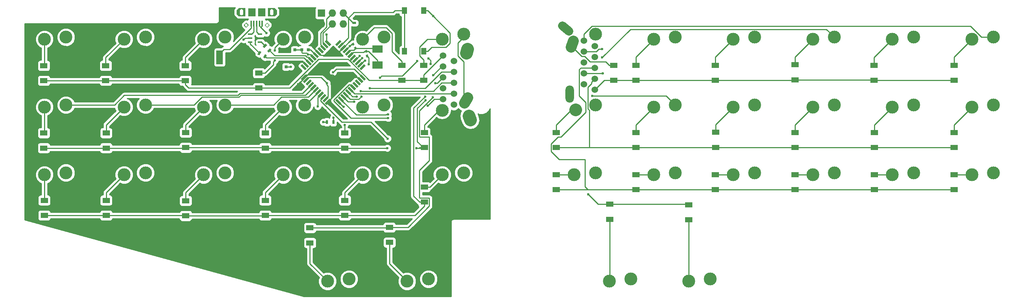
<source format=gbl>
G04 #@! TF.FileFunction,Copper,L2,Bot,Signal*
%FSLAX46Y46*%
G04 Gerber Fmt 4.6, Leading zero omitted, Abs format (unit mm)*
G04 Created by KiCad (PCBNEW 4.0.1-stable) date Thursday, March 02, 2017 'PMt' 06:18:16 PM*
%MOMM*%
G01*
G04 APERTURE LIST*
%ADD10C,0.100000*%
%ADD11R,0.800000X0.750000*%
%ADD12C,3.000000*%
%ADD13C,2.500000*%
%ADD14O,3.000000X3.000000*%
%ADD15C,1.524000*%
%ADD16O,2.000000X4.000000*%
%ADD17C,2.000000*%
%ADD18C,3.000000*%
%ADD19R,1.727200X1.727200*%
%ADD20O,1.727200X1.727200*%
%ADD21R,1.699260X1.300480*%
%ADD22R,0.500000X0.900000*%
%ADD23R,2.400000X1.700000*%
%ADD24R,1.300000X1.550000*%
%ADD25R,1.500000X3.200000*%
%ADD26R,0.900000X0.500000*%
%ADD27R,0.400000X1.350000*%
%ADD28R,1.800000X1.900000*%
%ADD29R,0.100000X0.100000*%
%ADD30R,1.000000X0.400000*%
%ADD31C,0.600000*%
%ADD32C,0.250000*%
%ADD33C,0.254000*%
G04 APERTURE END LIST*
D10*
G36*
X52185000Y495000D02*
X52185000Y295000D01*
X52710000Y820000D01*
X52710000Y1020000D01*
X52185000Y1545000D01*
X52185000Y1345000D01*
X52510000Y1020000D01*
X52510000Y820000D01*
X52185000Y495000D01*
G37*
G36*
X52185000Y1345000D02*
X52185000Y1545000D01*
X51660000Y1020000D01*
X51660000Y820000D01*
X52185000Y295000D01*
X52185000Y495000D01*
X51860000Y820000D01*
X51860000Y1020000D01*
X52185000Y1345000D01*
G37*
G36*
X57035000Y495000D02*
X57035000Y295000D01*
X57560000Y820000D01*
X57560000Y1020000D01*
X57035000Y1545000D01*
X57035000Y1345000D01*
X57360000Y1020000D01*
X57360000Y820000D01*
X57035000Y495000D01*
G37*
G36*
X57035000Y1345000D02*
X57035000Y1545000D01*
X56510000Y1020000D01*
X56510000Y820000D01*
X57035000Y295000D01*
X57035000Y495000D01*
X56710000Y820000D01*
X56710000Y1020000D01*
X57035000Y1345000D01*
G37*
G36*
X52010000Y2970000D02*
X50410000Y2970000D01*
X49910000Y3470000D01*
X49910000Y3920000D01*
X50685000Y3920000D01*
X50685000Y3470000D01*
X50985000Y3170000D01*
X51210000Y3170000D01*
X51510000Y3470000D01*
X51510000Y3920000D01*
X52010000Y3920000D01*
X52010000Y2970000D01*
G37*
G36*
X57210000Y4870000D02*
X58810000Y4870000D01*
X59310000Y4370000D01*
X59310000Y3920000D01*
X58535000Y3920000D01*
X58535000Y4370000D01*
X58235000Y4670000D01*
X58010000Y4670000D01*
X57710000Y4370000D01*
X57710000Y3920000D01*
X57210000Y3920000D01*
X57210000Y4870000D01*
G37*
G36*
X51510000Y3920000D02*
X52010000Y3920000D01*
X52010000Y4870000D01*
X50410000Y4870000D01*
X49910000Y4370000D01*
X49910000Y3920000D01*
X50685000Y3920000D01*
X50685000Y4395000D01*
X50960000Y4670000D01*
X51210000Y4670000D01*
X51510000Y4370000D01*
X51510000Y3920000D01*
G37*
G36*
X57710000Y3920000D02*
X57210000Y3920000D01*
X57210000Y2970000D01*
X58810000Y2970000D01*
X59310000Y3470000D01*
X59310000Y3920000D01*
X58535000Y3920000D01*
X58535000Y3445000D01*
X58260000Y3170000D01*
X58010000Y3170000D01*
X57710000Y3470000D01*
X57710000Y3920000D01*
G37*
D11*
X62000000Y-4850000D03*
X63500000Y-4850000D03*
D12*
X79250000Y-2400000D03*
X84250000Y-1900000D03*
X71083330Y-58800000D03*
X76083330Y-58300000D03*
X42250000Y-2400000D03*
X47250000Y-1900000D03*
D13*
X128296091Y-2822862D02*
X127783061Y-4232400D01*
D14*
X133450000Y-1200000D03*
D15*
X133250000Y-14150000D03*
D16*
X127410000Y-15210000D03*
D17*
X125724703Y754133D02*
X127256791Y-531443D01*
D15*
X130710000Y-12880000D03*
X133250000Y-11610000D03*
X133250000Y-9070000D03*
X133250000Y-6530000D03*
X133250000Y-3990000D03*
X130710000Y-10340000D03*
X130710000Y-7800000D03*
X130710000Y-5260000D03*
X130710000Y-2720000D03*
D12*
X97750000Y-2400000D03*
D14*
X102750000Y-1200000D03*
X97750000Y-18950000D03*
D13*
X103725000Y-16011251D02*
X102975000Y-17310289D01*
D15*
X97930000Y-6220000D03*
D18*
X103640591Y-4642963D02*
X103381771Y-5608889D01*
X103975212Y-20273816D02*
X104317232Y-21213508D01*
D15*
X100470000Y-7490000D03*
X97930000Y-8760000D03*
X97930000Y-11300000D03*
X97930000Y-13840000D03*
X97930000Y-16380000D03*
X100470000Y-10030000D03*
X100470000Y-12570000D03*
X100470000Y-15110000D03*
X100470000Y-17650000D03*
D19*
X69640000Y3710000D03*
D20*
X69640000Y1170000D03*
X72180000Y3710000D03*
X72180000Y1170000D03*
X74720000Y3710000D03*
X74720000Y1170000D03*
D11*
X59950000Y-8800000D03*
X61450000Y-8800000D03*
X65090000Y-4850000D03*
X66590000Y-4850000D03*
D21*
X5100000Y-12050060D03*
X5100000Y-8549940D03*
X19500000Y-12050060D03*
X19500000Y-8549940D03*
X38000000Y-12050060D03*
X38000000Y-8549940D03*
X55100000Y-13750060D03*
X55100000Y-10249940D03*
X88400000Y-11950060D03*
X88400000Y-8449940D03*
X93500000Y-11950060D03*
X93500000Y-8449940D03*
X137700000Y-11950060D03*
X137700000Y-8449940D03*
X142800000Y-11950060D03*
X142800000Y-8449940D03*
X161300000Y-11950060D03*
X161300000Y-8449940D03*
X179800000Y-11850060D03*
X179800000Y-8349940D03*
X198200000Y-11950060D03*
X198200000Y-8449940D03*
X216800000Y-11950060D03*
X216800000Y-8449940D03*
X5100000Y-27750060D03*
X5100000Y-24249940D03*
X19600000Y-27750060D03*
X19600000Y-24249940D03*
X38100000Y-27650060D03*
X38100000Y-24149940D03*
X56600000Y-27750060D03*
X56600000Y-24249940D03*
X75100000Y-27750060D03*
X75100000Y-24249940D03*
X93600000Y-27650060D03*
X93600000Y-24149940D03*
X124300000Y-27650060D03*
X124300000Y-24149940D03*
X142800000Y-27650060D03*
X142800000Y-24149940D03*
X161350000Y-27600060D03*
X161350000Y-24099940D03*
X179800000Y-27650060D03*
X179800000Y-24149940D03*
X198300000Y-27650060D03*
X198300000Y-24149940D03*
X216800000Y-27650060D03*
X216800000Y-24149940D03*
X5200000Y-43450060D03*
X5200000Y-39949940D03*
X19600000Y-43450060D03*
X19600000Y-39949940D03*
X38100000Y-43550060D03*
X38100000Y-40049940D03*
X56600000Y-43450060D03*
X56600000Y-39949940D03*
X75100000Y-43450060D03*
X75100000Y-39949940D03*
X93600000Y-40350060D03*
X93600000Y-36849940D03*
X124300000Y-37450060D03*
X124300000Y-33949940D03*
X142800000Y-37450060D03*
X142800000Y-33949940D03*
X161300000Y-37450060D03*
X161300000Y-33949940D03*
X179800000Y-37450060D03*
X179800000Y-33949940D03*
X198300000Y-37450060D03*
X198300000Y-33949940D03*
X216800000Y-37450060D03*
X216800000Y-33949940D03*
X67000000Y-46349940D03*
X67000000Y-49850060D03*
X85500000Y-46249940D03*
X85500000Y-49750060D03*
X136700000Y-40849940D03*
X136700000Y-44350060D03*
X155100000Y-40949940D03*
X155100000Y-44450060D03*
D10*
G36*
X58084975Y-4838579D02*
X57448579Y-5474975D01*
X57095025Y-5121421D01*
X57731421Y-4485025D01*
X58084975Y-4838579D01*
X58084975Y-4838579D01*
G37*
G36*
X57024315Y-3777919D02*
X56387919Y-4414315D01*
X56034365Y-4060761D01*
X56670761Y-3424365D01*
X57024315Y-3777919D01*
X57024315Y-3777919D01*
G37*
G36*
X56991025Y-6120289D02*
X56541025Y-6899711D01*
X56108013Y-6649711D01*
X56558013Y-5870289D01*
X56991025Y-6120289D01*
X56991025Y-6120289D01*
G37*
G36*
X55691987Y-5370289D02*
X55241987Y-6149711D01*
X54808975Y-5899711D01*
X55258975Y-5120289D01*
X55691987Y-5370289D01*
X55691987Y-5370289D01*
G37*
D12*
X5250000Y-2400000D03*
X10250000Y-1900000D03*
X155116667Y-58800000D03*
X160116667Y-58300000D03*
X136616667Y-58800000D03*
X141616667Y-58300000D03*
X89583330Y-58800000D03*
X94583330Y-58300000D03*
X220950000Y-34000000D03*
X225950000Y-33500000D03*
X202450000Y-34000000D03*
X207450000Y-33500000D03*
X183950000Y-34000000D03*
X188950000Y-33500000D03*
X165450000Y-34000000D03*
X170450000Y-33500000D03*
X146950000Y-34000000D03*
X151950000Y-33500000D03*
X128450000Y-34000000D03*
X133450000Y-33500000D03*
X97750000Y-34000000D03*
X102750000Y-33500000D03*
X79250000Y-34000000D03*
X84250000Y-33500000D03*
X60750000Y-34000000D03*
X65750000Y-33500000D03*
X42250000Y-34000000D03*
X47250000Y-33500000D03*
X23750000Y-34000000D03*
X28750000Y-33500000D03*
X5250000Y-34000000D03*
X10250000Y-33500000D03*
X220950000Y-18200000D03*
X225950000Y-17700000D03*
X202450000Y-18200000D03*
X207450000Y-17700000D03*
X183950000Y-18200000D03*
X188950000Y-17700000D03*
X165450000Y-18200000D03*
X170450000Y-17700000D03*
X146950000Y-18200000D03*
X151950000Y-17700000D03*
D18*
X128800000Y-18806218D02*
X128800000Y-18806218D01*
D12*
X133450000Y-17700000D03*
X79250000Y-18200000D03*
X84250000Y-17700000D03*
X60750000Y-18200000D03*
X65750000Y-17700000D03*
X42250000Y-18200000D03*
X47250000Y-17700000D03*
X23750000Y-18200000D03*
X28750000Y-17700000D03*
X5250000Y-18200000D03*
X10250000Y-17700000D03*
X220950000Y-2400000D03*
X225950000Y-1900000D03*
X202450000Y-2400000D03*
X207450000Y-1900000D03*
X183950000Y-2400000D03*
X188950000Y-1900000D03*
X165450000Y-2400000D03*
X170450000Y-1900000D03*
X146950000Y-2400000D03*
X151950000Y-1900000D03*
X60750000Y-2400000D03*
X65750000Y-1900000D03*
X23750000Y-2400000D03*
X28750000Y-1900000D03*
D10*
G36*
X64816280Y-8562042D02*
X65205188Y-8173134D01*
X66265848Y-9233794D01*
X65876940Y-9622702D01*
X64816280Y-8562042D01*
X64816280Y-8562042D01*
G37*
G36*
X65381966Y-7996357D02*
X65770874Y-7607449D01*
X66831534Y-8668109D01*
X66442626Y-9057017D01*
X65381966Y-7996357D01*
X65381966Y-7996357D01*
G37*
G36*
X65947651Y-7430672D02*
X66336559Y-7041764D01*
X67397219Y-8102424D01*
X67008311Y-8491332D01*
X65947651Y-7430672D01*
X65947651Y-7430672D01*
G37*
G36*
X66513336Y-6864986D02*
X66902244Y-6476078D01*
X67962904Y-7536738D01*
X67573996Y-7925646D01*
X66513336Y-6864986D01*
X66513336Y-6864986D01*
G37*
G36*
X67079022Y-6299301D02*
X67467930Y-5910393D01*
X68528590Y-6971053D01*
X68139682Y-7359961D01*
X67079022Y-6299301D01*
X67079022Y-6299301D01*
G37*
G36*
X67644707Y-5733615D02*
X68033615Y-5344707D01*
X69094275Y-6405367D01*
X68705367Y-6794275D01*
X67644707Y-5733615D01*
X67644707Y-5733615D01*
G37*
G36*
X68210393Y-5167930D02*
X68599301Y-4779022D01*
X69659961Y-5839682D01*
X69271053Y-6228590D01*
X68210393Y-5167930D01*
X68210393Y-5167930D01*
G37*
G36*
X68776078Y-4602244D02*
X69164986Y-4213336D01*
X70225646Y-5273996D01*
X69836738Y-5662904D01*
X68776078Y-4602244D01*
X68776078Y-4602244D01*
G37*
G36*
X69341764Y-4036559D02*
X69730672Y-3647651D01*
X70791332Y-4708311D01*
X70402424Y-5097219D01*
X69341764Y-4036559D01*
X69341764Y-4036559D01*
G37*
G36*
X69907449Y-3470874D02*
X70296357Y-3081966D01*
X71357017Y-4142626D01*
X70968109Y-4531534D01*
X69907449Y-3470874D01*
X69907449Y-3470874D01*
G37*
G36*
X70473134Y-2905188D02*
X70862042Y-2516280D01*
X71922702Y-3576940D01*
X71533794Y-3965848D01*
X70473134Y-2905188D01*
X70473134Y-2905188D01*
G37*
G36*
X73937958Y-2516280D02*
X74326866Y-2905188D01*
X73266206Y-3965848D01*
X72877298Y-3576940D01*
X73937958Y-2516280D01*
X73937958Y-2516280D01*
G37*
G36*
X74503643Y-3081966D02*
X74892551Y-3470874D01*
X73831891Y-4531534D01*
X73442983Y-4142626D01*
X74503643Y-3081966D01*
X74503643Y-3081966D01*
G37*
G36*
X75069328Y-3647651D02*
X75458236Y-4036559D01*
X74397576Y-5097219D01*
X74008668Y-4708311D01*
X75069328Y-3647651D01*
X75069328Y-3647651D01*
G37*
G36*
X75635014Y-4213336D02*
X76023922Y-4602244D01*
X74963262Y-5662904D01*
X74574354Y-5273996D01*
X75635014Y-4213336D01*
X75635014Y-4213336D01*
G37*
G36*
X76200699Y-4779022D02*
X76589607Y-5167930D01*
X75528947Y-6228590D01*
X75140039Y-5839682D01*
X76200699Y-4779022D01*
X76200699Y-4779022D01*
G37*
G36*
X76766385Y-5344707D02*
X77155293Y-5733615D01*
X76094633Y-6794275D01*
X75705725Y-6405367D01*
X76766385Y-5344707D01*
X76766385Y-5344707D01*
G37*
G36*
X77332070Y-5910393D02*
X77720978Y-6299301D01*
X76660318Y-7359961D01*
X76271410Y-6971053D01*
X77332070Y-5910393D01*
X77332070Y-5910393D01*
G37*
G36*
X77897756Y-6476078D02*
X78286664Y-6864986D01*
X77226004Y-7925646D01*
X76837096Y-7536738D01*
X77897756Y-6476078D01*
X77897756Y-6476078D01*
G37*
G36*
X78463441Y-7041764D02*
X78852349Y-7430672D01*
X77791689Y-8491332D01*
X77402781Y-8102424D01*
X78463441Y-7041764D01*
X78463441Y-7041764D01*
G37*
G36*
X79029126Y-7607449D02*
X79418034Y-7996357D01*
X78357374Y-9057017D01*
X77968466Y-8668109D01*
X79029126Y-7607449D01*
X79029126Y-7607449D01*
G37*
G36*
X79594812Y-8173134D02*
X79983720Y-8562042D01*
X78923060Y-9622702D01*
X78534152Y-9233794D01*
X79594812Y-8173134D01*
X79594812Y-8173134D01*
G37*
G36*
X78534152Y-10966206D02*
X78923060Y-10577298D01*
X79983720Y-11637958D01*
X79594812Y-12026866D01*
X78534152Y-10966206D01*
X78534152Y-10966206D01*
G37*
G36*
X77968466Y-11531891D02*
X78357374Y-11142983D01*
X79418034Y-12203643D01*
X79029126Y-12592551D01*
X77968466Y-11531891D01*
X77968466Y-11531891D01*
G37*
G36*
X77402781Y-12097576D02*
X77791689Y-11708668D01*
X78852349Y-12769328D01*
X78463441Y-13158236D01*
X77402781Y-12097576D01*
X77402781Y-12097576D01*
G37*
G36*
X76837096Y-12663262D02*
X77226004Y-12274354D01*
X78286664Y-13335014D01*
X77897756Y-13723922D01*
X76837096Y-12663262D01*
X76837096Y-12663262D01*
G37*
G36*
X76271410Y-13228947D02*
X76660318Y-12840039D01*
X77720978Y-13900699D01*
X77332070Y-14289607D01*
X76271410Y-13228947D01*
X76271410Y-13228947D01*
G37*
G36*
X75705725Y-13794633D02*
X76094633Y-13405725D01*
X77155293Y-14466385D01*
X76766385Y-14855293D01*
X75705725Y-13794633D01*
X75705725Y-13794633D01*
G37*
G36*
X75140039Y-14360318D02*
X75528947Y-13971410D01*
X76589607Y-15032070D01*
X76200699Y-15420978D01*
X75140039Y-14360318D01*
X75140039Y-14360318D01*
G37*
G36*
X74574354Y-14926004D02*
X74963262Y-14537096D01*
X76023922Y-15597756D01*
X75635014Y-15986664D01*
X74574354Y-14926004D01*
X74574354Y-14926004D01*
G37*
G36*
X74008668Y-15491689D02*
X74397576Y-15102781D01*
X75458236Y-16163441D01*
X75069328Y-16552349D01*
X74008668Y-15491689D01*
X74008668Y-15491689D01*
G37*
G36*
X73442983Y-16057374D02*
X73831891Y-15668466D01*
X74892551Y-16729126D01*
X74503643Y-17118034D01*
X73442983Y-16057374D01*
X73442983Y-16057374D01*
G37*
G36*
X72877298Y-16623060D02*
X73266206Y-16234152D01*
X74326866Y-17294812D01*
X73937958Y-17683720D01*
X72877298Y-16623060D01*
X72877298Y-16623060D01*
G37*
G36*
X71533794Y-16234152D02*
X71922702Y-16623060D01*
X70862042Y-17683720D01*
X70473134Y-17294812D01*
X71533794Y-16234152D01*
X71533794Y-16234152D01*
G37*
G36*
X70968109Y-15668466D02*
X71357017Y-16057374D01*
X70296357Y-17118034D01*
X69907449Y-16729126D01*
X70968109Y-15668466D01*
X70968109Y-15668466D01*
G37*
G36*
X70402424Y-15102781D02*
X70791332Y-15491689D01*
X69730672Y-16552349D01*
X69341764Y-16163441D01*
X70402424Y-15102781D01*
X70402424Y-15102781D01*
G37*
G36*
X69836738Y-14537096D02*
X70225646Y-14926004D01*
X69164986Y-15986664D01*
X68776078Y-15597756D01*
X69836738Y-14537096D01*
X69836738Y-14537096D01*
G37*
G36*
X69271053Y-13971410D02*
X69659961Y-14360318D01*
X68599301Y-15420978D01*
X68210393Y-15032070D01*
X69271053Y-13971410D01*
X69271053Y-13971410D01*
G37*
G36*
X68705367Y-13405725D02*
X69094275Y-13794633D01*
X68033615Y-14855293D01*
X67644707Y-14466385D01*
X68705367Y-13405725D01*
X68705367Y-13405725D01*
G37*
G36*
X68139682Y-12840039D02*
X68528590Y-13228947D01*
X67467930Y-14289607D01*
X67079022Y-13900699D01*
X68139682Y-12840039D01*
X68139682Y-12840039D01*
G37*
G36*
X67573996Y-12274354D02*
X67962904Y-12663262D01*
X66902244Y-13723922D01*
X66513336Y-13335014D01*
X67573996Y-12274354D01*
X67573996Y-12274354D01*
G37*
G36*
X67008311Y-11708668D02*
X67397219Y-12097576D01*
X66336559Y-13158236D01*
X65947651Y-12769328D01*
X67008311Y-11708668D01*
X67008311Y-11708668D01*
G37*
G36*
X66442626Y-11142983D02*
X66831534Y-11531891D01*
X65770874Y-12592551D01*
X65381966Y-12203643D01*
X66442626Y-11142983D01*
X66442626Y-11142983D01*
G37*
G36*
X65876940Y-10577298D02*
X66265848Y-10966206D01*
X65205188Y-12026866D01*
X64816280Y-11637958D01*
X65876940Y-10577298D01*
X65876940Y-10577298D01*
G37*
D22*
X72450000Y-21700000D03*
X70950000Y-21700000D03*
D23*
X82700000Y-8390000D03*
X82700000Y-4690000D03*
D10*
G36*
X79796198Y-4966326D02*
X80288601Y-4879502D01*
X80392790Y-5470386D01*
X79900387Y-5557210D01*
X79796198Y-4966326D01*
X79796198Y-4966326D01*
G37*
G36*
X79987210Y-6049614D02*
X80479613Y-5962790D01*
X80583802Y-6553674D01*
X80091399Y-6640498D01*
X79987210Y-6049614D01*
X79987210Y-6049614D01*
G37*
G36*
X76678494Y-3398878D02*
X77111506Y-3148878D01*
X77411506Y-3668494D01*
X76978494Y-3918494D01*
X76678494Y-3398878D01*
X76678494Y-3398878D01*
G37*
G36*
X77228494Y-4351506D02*
X77661506Y-4101506D01*
X77961506Y-4621122D01*
X77528494Y-4871122D01*
X77228494Y-4351506D01*
X77228494Y-4351506D01*
G37*
D24*
X88970000Y4290000D03*
X88970000Y-5210000D03*
X93470000Y4290000D03*
X93470000Y-5210000D03*
D25*
X46000000Y-6600000D03*
X50200000Y-6600000D03*
D26*
X77260000Y1410000D03*
X77260000Y-90000D03*
D27*
X54610000Y1245000D03*
X53960000Y1245000D03*
X55260000Y1245000D03*
X53310000Y1245000D03*
X55910000Y1245000D03*
D28*
X53460000Y3920000D03*
X55760000Y3920000D03*
D29*
X52185000Y395000D03*
X57035000Y407500D03*
X50097500Y3957500D03*
X59122500Y3932500D03*
D30*
X55400000Y-3100000D03*
X53100000Y-3100000D03*
X55400000Y-2150000D03*
X53100000Y-2150000D03*
X55400000Y-1200000D03*
X53100000Y-1200000D03*
D31*
X56890000Y-960000D03*
X95660000Y3000000D03*
X76277258Y-3960000D03*
X80660000Y-8230000D03*
X70970000Y-12640000D03*
X72410000Y-10070000D03*
X70100000Y-21720000D03*
X51540000Y-2480000D03*
X66559586Y-5921274D03*
X62560000Y-8830000D03*
X70586949Y-18953051D03*
X71750000Y-17830000D03*
X62340000Y-11610000D03*
X64230000Y-12920000D03*
X58820000Y-5040000D03*
X58800000Y-7320009D03*
X95650000Y-10750000D03*
X93850000Y-16600000D03*
X91750000Y-27750060D03*
X85000000Y-27750060D03*
X78577542Y-6241166D03*
X75100000Y-22350000D03*
X96200000Y-12600000D03*
X93800000Y-15735010D03*
X79150000Y-6800000D03*
X94600000Y-6850000D03*
X95083052Y-8183052D03*
X95550000Y-15900000D03*
X79800000Y-7350000D03*
X131700000Y-38550000D03*
X68800000Y-18050000D03*
X85050000Y-25550000D03*
X132700000Y-15600000D03*
X135150000Y-10350000D03*
X134988052Y-6611948D03*
X134950000Y-4700000D03*
X85200000Y-20775001D03*
X78800000Y-14450000D03*
X77900000Y-15735010D03*
X80900000Y-13824990D03*
X78950000Y-15735010D03*
X91950000Y-7500000D03*
X83300000Y-11325050D03*
X77300000Y-16985021D03*
X85200000Y-19900000D03*
X94416949Y-17916949D03*
X70870000Y-1280000D03*
X74819250Y-18140750D03*
X72490000Y-20700000D03*
D32*
X56061560Y-100000D02*
X56061560Y-131560D01*
X56061560Y-131560D02*
X56890000Y-960000D01*
X55249100Y712460D02*
X55561560Y400000D01*
X55561560Y400000D02*
X56061560Y-100000D01*
X55899100Y1637460D02*
X55899100Y712460D01*
X55899100Y712460D02*
X55586640Y400000D01*
X55586640Y400000D02*
X55561560Y400000D01*
X55249100Y1637460D02*
X55249100Y712460D01*
X95660000Y3000000D02*
X94370000Y4290000D01*
X99575001Y-915001D02*
X95660000Y3000000D01*
X93470000Y-5210000D02*
X94370000Y-5210000D01*
X94370000Y-5210000D02*
X95354999Y-4225001D01*
X95354999Y-4225001D02*
X98626001Y-4225001D01*
X98626001Y-4225001D02*
X99575001Y-3276001D01*
X99575001Y-3276001D02*
X99575001Y-915001D01*
X94370000Y4290000D02*
X93470000Y4290000D01*
X76277258Y-3960000D02*
X75299138Y-4938120D01*
X76703572Y-3533686D02*
X76277258Y-3960000D01*
X77045000Y-3533686D02*
X76703572Y-3533686D01*
X80285506Y-6301644D02*
X80660000Y-6676138D01*
X80660000Y-6676138D02*
X80660000Y-8230000D01*
X70632233Y-16393250D02*
X71233273Y-15792210D01*
X71233273Y-15792210D02*
X71233273Y-13327537D01*
X71233273Y-13327537D02*
X70970000Y-13064264D01*
X70970000Y-13064264D02*
X70970000Y-12640000D01*
X66106750Y-11867767D02*
X66707790Y-11266727D01*
X66707790Y-11266727D02*
X69596727Y-11266727D01*
X69596727Y-11266727D02*
X70970000Y-12640000D01*
X79258936Y-11302082D02*
X77296854Y-9340000D01*
X77296854Y-9340000D02*
X73140000Y-9340000D01*
X73140000Y-9340000D02*
X72410000Y-10070000D01*
X70950000Y-21700000D02*
X70120000Y-21700000D01*
X70120000Y-21700000D02*
X70100000Y-21720000D01*
X52150000Y-2150000D02*
X51870000Y-2150000D01*
X51870000Y-2150000D02*
X51540000Y-2480000D01*
X65090000Y-4850000D02*
X65090000Y-5475000D01*
X65090000Y-5475000D02*
X65236275Y-5621275D01*
X65236275Y-5621275D02*
X66259587Y-5621275D01*
X66259587Y-5621275D02*
X66559586Y-5921274D01*
X67768451Y-6599821D02*
X67089904Y-5921274D01*
X67089904Y-5921274D02*
X66559586Y-5921274D01*
X63500000Y-4850000D02*
X65090000Y-4850000D01*
X65115000Y-4850000D02*
X65090000Y-4850000D01*
X61450000Y-8800000D02*
X62530000Y-8800000D01*
X62530000Y-8800000D02*
X62560000Y-8830000D01*
X53100000Y-2150000D02*
X52150000Y-2150000D01*
X77260000Y-90000D02*
X77260000Y-1845887D01*
X77260000Y-1845887D02*
X74733452Y-4372435D01*
X71197918Y-16958936D02*
X71197918Y-17277918D01*
X71197918Y-17277918D02*
X71750000Y-17830000D01*
X68010000Y-10700507D02*
X66142639Y-10700507D01*
X68010000Y-10700507D02*
X66425466Y-10700507D01*
X72277361Y-10700507D02*
X68010000Y-10700507D01*
X66425466Y-10700507D02*
X64230000Y-12895973D01*
X64230000Y-12895973D02*
X64230000Y-12920000D01*
X74866854Y-13290000D02*
X71798958Y-16357896D01*
X76890127Y-11266727D02*
X74866854Y-13290000D01*
X74866854Y-13290000D02*
X72277361Y-10700507D01*
X66142639Y-10700507D02*
X66142104Y-10701042D01*
X66142104Y-10701042D02*
X65541064Y-11302082D01*
X78693250Y-11867767D02*
X78092210Y-11266727D01*
X78092210Y-11266727D02*
X76890127Y-11266727D01*
X71798958Y-16357896D02*
X71197918Y-16958936D01*
X74733452Y-4372435D02*
X73001041Y-6104846D01*
X73001041Y-6104846D02*
X69536217Y-6104846D01*
X69536217Y-6104846D02*
X68935177Y-5503806D01*
X68332766Y-4902766D02*
X68090000Y-4660000D01*
X68935177Y-5503806D02*
X68334137Y-4902766D01*
X68334137Y-4902766D02*
X68332766Y-4902766D01*
X66106750Y-8332233D02*
X65505710Y-7731193D01*
X65505710Y-7731193D02*
X64531193Y-7731193D01*
X5250000Y-2400000D02*
X5250000Y-8399940D01*
X5250000Y-8399940D02*
X5100000Y-8549940D01*
X76240724Y-7400000D02*
X80790784Y-11950060D01*
X75864808Y-7024084D02*
X76240724Y-7400000D01*
X76240724Y-7390647D02*
X76996194Y-6635177D01*
X76240724Y-7400000D02*
X76240724Y-7390647D01*
X55100000Y-13750060D02*
X62279898Y-13750060D01*
X62279898Y-13750060D02*
X62279898Y-13714704D01*
X62279898Y-13714704D02*
X68970518Y-7024084D01*
X68970518Y-7024084D02*
X75864808Y-7024084D01*
X80790784Y-11950060D02*
X88400000Y-11950060D01*
X93500000Y-11950060D02*
X93500000Y-10650000D01*
X93500000Y-10650000D02*
X97930000Y-6220000D01*
X19500000Y-12050060D02*
X5100000Y-12050060D01*
X38000000Y-12050060D02*
X36900370Y-12050060D01*
X36900370Y-12050060D02*
X19500000Y-12050060D01*
X55100000Y-13750060D02*
X38799760Y-13750060D01*
X38799760Y-13750060D02*
X38000000Y-12950300D01*
X38000000Y-12950300D02*
X38000000Y-12050060D01*
X55350060Y-13500000D02*
X55100000Y-13750060D01*
X93500000Y-11950060D02*
X88400000Y-11950060D01*
X23750000Y-2400000D02*
X19500000Y-6650000D01*
X19500000Y-6650000D02*
X19500000Y-8549940D01*
X42250000Y-2400000D02*
X38000000Y-6650000D01*
X38000000Y-6650000D02*
X38000000Y-8549940D01*
X58820000Y-4330000D02*
X58820000Y-5040000D01*
X58800000Y-7320009D02*
X58500001Y-7620008D01*
X58500001Y-7620008D02*
X58500001Y-8299999D01*
X58500001Y-8299999D02*
X56550060Y-10249940D01*
X56550060Y-10249940D02*
X55100000Y-10249940D01*
X60750000Y-2400000D02*
X58820000Y-4330000D01*
X88400000Y-8449940D02*
X88400000Y-7549700D01*
X88400000Y-7549700D02*
X86075001Y-5224701D01*
X86075001Y-5224701D02*
X86075001Y-1023999D01*
X86075001Y-1023999D02*
X84751002Y300000D01*
X79250000Y-2400000D02*
X81950000Y300000D01*
X81950000Y300000D02*
X84751002Y300000D01*
X93500000Y-8449940D02*
X93500000Y-7250002D01*
X93500000Y-7250002D02*
X92494999Y-6245001D01*
X92494999Y-6245001D02*
X92494999Y-4174999D01*
X92494999Y-4174999D02*
X94269998Y-2400000D01*
X94269998Y-2400000D02*
X95628680Y-2400000D01*
X95628680Y-2400000D02*
X97750000Y-2400000D01*
X137700000Y-8449940D02*
X136600370Y-8449940D01*
X135767431Y-7617001D02*
X132135763Y-7617001D01*
X136600370Y-8449940D02*
X135767431Y-7617001D01*
X132135763Y-7617001D02*
X130865763Y-6347001D01*
X130865763Y-6347001D02*
X130188239Y-6347001D01*
X130188239Y-6347001D02*
X128450000Y-4608762D01*
X128450000Y-4608762D02*
X128450000Y-2400000D01*
X216800000Y-11950060D02*
X198200000Y-11950060D01*
X137700000Y-11950060D02*
X135449940Y-11950060D01*
X135449940Y-11950060D02*
X133250000Y-14150000D01*
X179800000Y-11850060D02*
X198100000Y-11850060D01*
X198100000Y-11850060D02*
X198200000Y-11950060D01*
X161300000Y-11950060D02*
X179700000Y-11950060D01*
X179700000Y-11950060D02*
X179800000Y-11850060D01*
X142800000Y-11950060D02*
X161300000Y-11950060D01*
X137700000Y-11950060D02*
X142800000Y-11950060D01*
X146950000Y-2400000D02*
X142800000Y-6550000D01*
X142800000Y-6550000D02*
X142800000Y-8449940D01*
X165450000Y-2400000D02*
X161300000Y-6550000D01*
X161300000Y-6550000D02*
X161300000Y-8449940D01*
X183950000Y-2400000D02*
X179800000Y-6550000D01*
X179800000Y-6550000D02*
X179800000Y-8349940D01*
X202450000Y-2400000D02*
X198200000Y-6650000D01*
X198200000Y-6650000D02*
X198200000Y-8449940D01*
X220950000Y-2400000D02*
X216800000Y-6550000D01*
X216800000Y-6550000D02*
X216800000Y-8449940D01*
X5250000Y-18200000D02*
X5250000Y-24099940D01*
X5250000Y-24099940D02*
X5100000Y-24249940D01*
X75100000Y-27750060D02*
X85000000Y-27750060D01*
X56600000Y-27750060D02*
X75100000Y-27750060D01*
X38100000Y-27650060D02*
X56500000Y-27650060D01*
X56500000Y-27650060D02*
X56600000Y-27750060D01*
X19600000Y-27750060D02*
X38000000Y-27750060D01*
X38000000Y-27750060D02*
X38100000Y-27650060D01*
X5100000Y-27750060D02*
X19600000Y-27750060D01*
X95650000Y-10750000D02*
X97640000Y-8760000D01*
X97640000Y-8760000D02*
X97930000Y-8760000D01*
X93600000Y-27650060D02*
X93400610Y-27650060D01*
X93400610Y-27650060D02*
X91975360Y-26224810D01*
X91975360Y-26224810D02*
X91975360Y-18474640D01*
X91975360Y-18474640D02*
X93850000Y-16600000D01*
X91750000Y-27750060D02*
X93500000Y-27750060D01*
X78577542Y-6241166D02*
X78521576Y-6241166D01*
X78521576Y-6241166D02*
X77597235Y-7165507D01*
X93600000Y-27650060D02*
X92500370Y-27650060D01*
X92500370Y-27650060D02*
X92425369Y-27575059D01*
X93500000Y-27750060D02*
X93600000Y-27650060D01*
X23750000Y-18200000D02*
X19600000Y-22350000D01*
X19600000Y-22350000D02*
X19600000Y-24249940D01*
X42250000Y-18200000D02*
X38100000Y-22350000D01*
X38100000Y-22350000D02*
X38100000Y-24149940D01*
X60750000Y-18200000D02*
X56600000Y-22350000D01*
X56600000Y-22350000D02*
X56600000Y-24249940D01*
X75100000Y-22350000D02*
X75100000Y-24249940D01*
X97750000Y-18200000D02*
X93600000Y-22350000D01*
X93600000Y-22350000D02*
X93600000Y-24149940D01*
X128450000Y-18200000D02*
X124300000Y-22350000D01*
X124300000Y-22350000D02*
X124300000Y-24149940D01*
X179800000Y-27650060D02*
X161400000Y-27650060D01*
X161400000Y-27650060D02*
X161350000Y-27600060D01*
X161350000Y-27600060D02*
X142850000Y-27600060D01*
X142850000Y-27600060D02*
X142800000Y-27650060D01*
X198300000Y-27650060D02*
X197200370Y-27650060D01*
X197200370Y-27650060D02*
X179800000Y-27650060D01*
X216800000Y-27650060D02*
X216600610Y-27650060D01*
X216600610Y-27650060D02*
X198300000Y-27650060D01*
X132000000Y-27650060D02*
X142800000Y-27650060D01*
X124300000Y-27650060D02*
X132000000Y-27650060D01*
X132000000Y-27650060D02*
X132000000Y-18951002D01*
X132488001Y-12710761D02*
X132488001Y-12371999D01*
X132000000Y-18951002D02*
X131624999Y-18576001D01*
X131624999Y-18576001D02*
X131624999Y-13573763D01*
X131624999Y-13573763D02*
X132488001Y-12710761D01*
X132488001Y-12371999D02*
X133250000Y-11610000D01*
X146950000Y-18200000D02*
X142800000Y-22350000D01*
X142800000Y-22350000D02*
X142800000Y-24149940D01*
X165450000Y-18200000D02*
X161400000Y-22250000D01*
X161400000Y-22250000D02*
X161400000Y-24249940D01*
X183950000Y-18200000D02*
X179800000Y-22350000D01*
X179800000Y-22350000D02*
X179800000Y-24149940D01*
X202450000Y-18200000D02*
X198300000Y-22350000D01*
X198300000Y-22350000D02*
X198300000Y-24149940D01*
X220950000Y-18200000D02*
X216800000Y-22350000D01*
X216800000Y-22350000D02*
X216800000Y-24249940D01*
X5250000Y-34000000D02*
X5250000Y-39899940D01*
X5250000Y-39899940D02*
X5200000Y-39949940D01*
X75100000Y-43450060D02*
X91400240Y-43450060D01*
X91400240Y-43450060D02*
X93600000Y-41250300D01*
X93600000Y-41250300D02*
X93600000Y-40350060D01*
X56600000Y-43450060D02*
X75100000Y-43450060D01*
X38100000Y-43550060D02*
X56500000Y-43550060D01*
X56500000Y-43550060D02*
X56600000Y-43450060D01*
X19600000Y-43450060D02*
X38000000Y-43450060D01*
X38000000Y-43450060D02*
X38100000Y-43550060D01*
X5200000Y-43450060D02*
X6299630Y-43450060D01*
X6299630Y-43450060D02*
X19600000Y-43450060D01*
X96200000Y-12600000D02*
X96630000Y-12600000D01*
X96630000Y-12600000D02*
X97930000Y-11300000D01*
X93600000Y-40350060D02*
X92500370Y-40350060D01*
X92500370Y-40350060D02*
X91124999Y-38974689D01*
X91124999Y-38974689D02*
X91124999Y-18410011D01*
X91124999Y-18410011D02*
X93800000Y-15735010D01*
X79150000Y-6800000D02*
X79094112Y-6800000D01*
X79094112Y-6800000D02*
X78162920Y-7731192D01*
X95083052Y-8183052D02*
X95083052Y-7333052D01*
X95083052Y-7333052D02*
X94600000Y-6850000D01*
X23750000Y-34000000D02*
X19600000Y-38150000D01*
X19600000Y-38150000D02*
X19600000Y-39949940D01*
X42250000Y-34000000D02*
X38100000Y-38150000D01*
X38100000Y-38150000D02*
X38100000Y-40049940D01*
X60750000Y-34000000D02*
X56600000Y-38150000D01*
X56600000Y-38150000D02*
X56600000Y-39949940D01*
X79250000Y-34000000D02*
X75100000Y-38150000D01*
X75100000Y-38150000D02*
X75100000Y-39949940D01*
X97750000Y-34000000D02*
X94900060Y-36849940D01*
X94900060Y-36849940D02*
X93600000Y-36849940D01*
X128450000Y-34000000D02*
X124350060Y-34000000D01*
X124350060Y-34000000D02*
X124300000Y-33949940D01*
X131150000Y-17150000D02*
X129622999Y-15622999D01*
X129622999Y-15622999D02*
X129622999Y-9452241D01*
X132172370Y-9070000D02*
X133250000Y-9070000D01*
X129622999Y-9452241D02*
X130005240Y-9070000D01*
X130005240Y-9070000D02*
X132172370Y-9070000D01*
X131150000Y-19384812D02*
X131150000Y-17150000D01*
X131650000Y-37450060D02*
X124300000Y-37450060D01*
X124965068Y-30400000D02*
X123125369Y-28560301D01*
X141700370Y-37450060D02*
X131650000Y-37450060D01*
X131650000Y-37450060D02*
X131000000Y-36800060D01*
X131000000Y-36800060D02*
X131000000Y-30400000D01*
X124740007Y-25125181D02*
X125409631Y-25125181D01*
X131000000Y-30400000D02*
X124965068Y-30400000D01*
X125409631Y-25125181D02*
X131150000Y-19384812D01*
X123125369Y-28560301D02*
X123125369Y-26739819D01*
X123125369Y-26739819D02*
X124740007Y-25125181D01*
X142800000Y-37450060D02*
X141700370Y-37450060D01*
X161300000Y-37450060D02*
X142800000Y-37450060D01*
X179800000Y-37450060D02*
X178700370Y-37450060D01*
X178700370Y-37450060D02*
X161300000Y-37450060D01*
X198300000Y-37450060D02*
X179800000Y-37450060D01*
X216800000Y-37450060D02*
X198300000Y-37450060D01*
X146950000Y-34000000D02*
X142850060Y-34000000D01*
X142850060Y-34000000D02*
X142800000Y-33949940D01*
X165450000Y-34000000D02*
X161350060Y-34000000D01*
X161350060Y-34000000D02*
X161300000Y-33949940D01*
X183950000Y-34000000D02*
X179850060Y-34000000D01*
X179850060Y-34000000D02*
X179800000Y-33949940D01*
X202450000Y-34000000D02*
X198350060Y-34000000D01*
X198350060Y-34000000D02*
X198300000Y-33949940D01*
X220950000Y-34000000D02*
X216850060Y-34000000D01*
X216850060Y-34000000D02*
X216800000Y-33949940D01*
X67000000Y-49850060D02*
X67000000Y-54716670D01*
X67000000Y-54716670D02*
X71083330Y-58800000D01*
X85500000Y-46249940D02*
X89784992Y-46249940D01*
X89784992Y-46249940D02*
X94774631Y-41260301D01*
X94774631Y-41260301D02*
X94774631Y-39439819D01*
X92425369Y-32975369D02*
X94774631Y-30626107D01*
X94774631Y-25190181D02*
X94709631Y-25125181D01*
X94774631Y-39439819D02*
X94709631Y-39374819D01*
X92490369Y-39374819D02*
X92425369Y-39309819D01*
X94709631Y-39374819D02*
X92490369Y-39374819D01*
X92425369Y-39309819D02*
X92425369Y-32975369D01*
X94774631Y-30626107D02*
X94774631Y-25190181D01*
X92425369Y-25060181D02*
X92425369Y-19024631D01*
X94709631Y-25125181D02*
X92490369Y-25125181D01*
X92425369Y-19024631D02*
X95550000Y-15900000D01*
X92490369Y-25125181D02*
X92425369Y-25060181D01*
X79800000Y-7350000D02*
X79675484Y-7350000D01*
X79675484Y-7350000D02*
X78728606Y-8296878D01*
X85500000Y-46249940D02*
X86180060Y-46249940D01*
X67000000Y-46349940D02*
X85400000Y-46349940D01*
X85400000Y-46349940D02*
X85500000Y-46249940D01*
X66900000Y-46349940D02*
X67000000Y-46249940D01*
X85500000Y-49750060D02*
X85500000Y-54716670D01*
X85500000Y-54716670D02*
X89583330Y-58800000D01*
X136700000Y-44350060D02*
X136700000Y-58716667D01*
X136700000Y-58716667D02*
X136616667Y-58800000D01*
X136700000Y-40849940D02*
X133999940Y-40849940D01*
X133999940Y-40849940D02*
X131700000Y-38550000D01*
X136700000Y-40849940D02*
X155000000Y-40849940D01*
X155000000Y-40849940D02*
X155100000Y-40949940D01*
X155100000Y-44450060D02*
X155100000Y-58783333D01*
X155100000Y-58783333D02*
X155116667Y-58800000D01*
X57590000Y-4980000D02*
X58831275Y-6221275D01*
X66583533Y-6546275D02*
X66637080Y-6599822D01*
X58831275Y-6221275D02*
X65934585Y-6221275D01*
X65934585Y-6221275D02*
X66259585Y-6546275D01*
X66259585Y-6546275D02*
X66583533Y-6546275D01*
X66637080Y-6599822D02*
X67238120Y-7200862D01*
X55400000Y-3100000D02*
X55710000Y-3100000D01*
X55710000Y-3100000D02*
X56529340Y-3919340D01*
X54599100Y1637460D02*
X54599100Y-699100D01*
X54599100Y-699100D02*
X55100000Y-1200000D01*
X55100000Y-1200000D02*
X55400000Y-1200000D01*
X56549519Y-6385000D02*
X56859527Y-6695008D01*
X56859527Y-6695008D02*
X65600895Y-6695008D01*
X65600895Y-6695008D02*
X66071395Y-7165508D01*
X66071395Y-7165508D02*
X66672435Y-7766548D01*
X55250481Y-5635000D02*
X53100000Y-3484519D01*
X53100000Y-3484519D02*
X53100000Y-3100000D01*
X53949100Y1637460D02*
X53949100Y-650900D01*
X53949100Y-650900D02*
X53400000Y-1200000D01*
X53400000Y-1200000D02*
X53100000Y-1200000D01*
X50288599Y-15424989D02*
X50738609Y-14974979D01*
X50738609Y-14974979D02*
X65262279Y-14974979D01*
X65262279Y-14974979D02*
X66778502Y-13458756D01*
X66778502Y-13458756D02*
X67202765Y-13034493D01*
X23824009Y-15424989D02*
X50288599Y-15424989D01*
X10250000Y-17700000D02*
X21548998Y-17700000D01*
X21548998Y-17700000D02*
X23824009Y-15424989D01*
X50474999Y-15874999D02*
X50925009Y-15424989D01*
X50925009Y-15424989D02*
X65943641Y-15424989D01*
X65943641Y-15424989D02*
X67344188Y-14024442D01*
X67344188Y-14024442D02*
X67768451Y-13600179D01*
X28750000Y-17700000D02*
X40048998Y-17700000D01*
X40048998Y-17700000D02*
X41873999Y-15874999D01*
X41873999Y-15874999D02*
X50474999Y-15874999D01*
X47250000Y-17700000D02*
X58548998Y-17700000D01*
X58548998Y-17700000D02*
X60373999Y-15874999D01*
X60373999Y-15874999D02*
X66625001Y-15874999D01*
X66625001Y-15874999D02*
X68334136Y-14165864D01*
X65750000Y-17700000D02*
X65931370Y-17700000D01*
X65931370Y-17700000D02*
X68899821Y-14731549D01*
X68800000Y-18050000D02*
X68800000Y-15962742D01*
X68800000Y-15962742D02*
X69465507Y-15297235D01*
X102750000Y-7635453D02*
X101431960Y-6317413D01*
X101431960Y-6317413D02*
X101431960Y-3218040D01*
X101431960Y-3218040D02*
X102750000Y-1900000D01*
X70066548Y-15827565D02*
X69465508Y-16428605D01*
X69465508Y-16428605D02*
X69465508Y-16746820D01*
X69465508Y-16746820D02*
X74443687Y-21724999D01*
X74443687Y-21724999D02*
X74726529Y-21724999D01*
X85050000Y-25550000D02*
X81224999Y-21724999D01*
X81224999Y-21724999D02*
X74726529Y-21724999D01*
X69606929Y-16287183D02*
X70031192Y-15862920D01*
X102750000Y-17700000D02*
X102750000Y-7635453D01*
X151950000Y-17700000D02*
X149850000Y-15600000D01*
X149850000Y-15600000D02*
X132700000Y-15600000D01*
X135150000Y-10350000D02*
X130720000Y-10350000D01*
X130720000Y-10350000D02*
X130710000Y-10340000D01*
X141675001Y-74999D02*
X141525001Y-74999D01*
X141525001Y-74999D02*
X134988052Y-6611948D01*
X188950000Y-1900000D02*
X187124999Y-74999D01*
X187124999Y-74999D02*
X141675001Y-74999D01*
X134950000Y-4700000D02*
X134148762Y-4700000D01*
X134148762Y-4700000D02*
X133588762Y-5260000D01*
X133588762Y-5260000D02*
X131787630Y-5260000D01*
X131787630Y-5260000D02*
X130710000Y-5260000D01*
X225950000Y-1900000D02*
X223151002Y-1900000D01*
X223151002Y-1900000D02*
X220626001Y625001D01*
X220626001Y625001D02*
X132573999Y625001D01*
X132573999Y625001D02*
X130710000Y-1238998D01*
X130710000Y-1238998D02*
X130710000Y-1642370D01*
X130710000Y-1642370D02*
X130710000Y-2720000D01*
X76569603Y-20775001D02*
X85200000Y-20775001D01*
X76996194Y-13564823D02*
X76395154Y-12963783D01*
X76395154Y-12963783D02*
X76076941Y-12963783D01*
X72552288Y-16757686D02*
X76569603Y-20775001D01*
X76076941Y-12963783D02*
X72552288Y-16488436D01*
X72552288Y-16488436D02*
X72552288Y-16757686D01*
X76607286Y-13175916D02*
X77031549Y-13600179D01*
X76465864Y-14165864D02*
X77410000Y-15110000D01*
X77410000Y-15110000D02*
X100470000Y-15110000D01*
X78800000Y-14450000D02*
X95711238Y-14450000D01*
X95711238Y-14450000D02*
X97591238Y-12570000D01*
X97591238Y-12570000D02*
X99392370Y-12570000D01*
X99392370Y-12570000D02*
X100470000Y-12570000D01*
X75900179Y-14731549D02*
X76903640Y-15735010D01*
X76903640Y-15735010D02*
X77900000Y-15735010D01*
X80900000Y-13824990D02*
X93796248Y-13824990D01*
X93796248Y-13824990D02*
X97591238Y-10030000D01*
X97591238Y-10030000D02*
X99392370Y-10030000D01*
X99392370Y-10030000D02*
X100470000Y-10030000D01*
X75334493Y-15297235D02*
X76397269Y-16360011D01*
X76397269Y-16360011D02*
X78324999Y-16360011D01*
X78324999Y-16360011D02*
X78950000Y-15735010D01*
X83300000Y-11325050D02*
X83650231Y-10974819D01*
X83650231Y-10974819D02*
X88475181Y-10974819D01*
X88475181Y-10974819D02*
X90024819Y-9425181D01*
X90024819Y-9425181D02*
X91950000Y-7500000D01*
X74768808Y-15862920D02*
X75890909Y-16985021D01*
X75890909Y-16985021D02*
X77300000Y-16985021D01*
X85200000Y-19900000D02*
X84775736Y-19900000D01*
X84775736Y-19900000D02*
X84650735Y-20025001D01*
X84650735Y-20025001D02*
X77799518Y-20025001D01*
X77799518Y-20025001D02*
X74768807Y-16994290D01*
X74768807Y-16994290D02*
X74167767Y-16393250D01*
X97930000Y-16380000D02*
X95953898Y-16380000D01*
X95953898Y-16380000D02*
X94416949Y-17916949D01*
X80094494Y-5218356D02*
X80628356Y-5218356D01*
X80628356Y-5218356D02*
X82700000Y-7290000D01*
X82700000Y-7290000D02*
X82700000Y-8390000D01*
X77031549Y-5468451D02*
X79490543Y-5468451D01*
X79490543Y-5468451D02*
X79740638Y-5218356D01*
X79740638Y-5218356D02*
X80094494Y-5218356D01*
X77031549Y-5468451D02*
X76430509Y-6069491D01*
X77595000Y-4486314D02*
X82496314Y-4486314D01*
X82496314Y-4486314D02*
X82700000Y-4690000D01*
X76465863Y-4902766D02*
X77178548Y-4902766D01*
X77178548Y-4902766D02*
X77595000Y-4486314D01*
X76465863Y-4902766D02*
X75864823Y-5503806D01*
X70870000Y-1280000D02*
X70870000Y-2913146D01*
X70870000Y-2913146D02*
X71197918Y-3241064D01*
X70870000Y-2913146D02*
X71162563Y-3205709D01*
X72180000Y3710000D02*
X70828601Y2358601D01*
X70828601Y2358601D02*
X70828601Y455011D01*
X70828601Y455011D02*
X69465508Y-908082D01*
X69465508Y-908082D02*
X69465508Y-3771395D01*
X69465508Y-3771395D02*
X70066548Y-4372435D01*
X72180000Y1170000D02*
X70031193Y-978807D01*
X70031193Y-978807D02*
X70031193Y-3205710D01*
X70031193Y-3205710D02*
X70632233Y-3806750D01*
X88970000Y4290000D02*
X88970000Y3265000D01*
X88970000Y3265000D02*
X88970000Y-5210000D01*
X86325000Y3860000D02*
X86755000Y4290000D01*
X86755000Y4290000D02*
X88970000Y4290000D01*
X75908601Y2521399D02*
X77247202Y3860000D01*
X77247202Y3860000D02*
X86325000Y3860000D01*
X77260000Y1410000D02*
X77060000Y1410000D01*
X77060000Y1410000D02*
X75948601Y2521399D01*
X75948601Y2521399D02*
X75908601Y2521399D01*
X74720000Y3710000D02*
X75908601Y2521399D01*
X75908601Y2521399D02*
X75908601Y-2065915D01*
X75908601Y-2065915D02*
X74627385Y-3347131D01*
X74627385Y-3347131D02*
X74203122Y-3771394D01*
X53299100Y1637460D02*
X53299100Y204102D01*
X53299100Y204102D02*
X48344998Y-4750000D01*
X48344998Y-4750000D02*
X47000000Y-4750000D01*
X47000000Y-4750000D02*
X46000000Y-5750000D01*
X46000000Y-5750000D02*
X46000000Y-6600000D01*
X46325810Y-6600000D02*
X46014660Y-6600000D01*
X74819250Y-18140750D02*
X74783896Y-18140750D01*
X74783896Y-18140750D02*
X73602082Y-16958936D01*
X72450000Y-21700000D02*
X72450000Y-20740000D01*
X72450000Y-20740000D02*
X72490000Y-20700000D01*
X68334136Y-6034136D02*
X67150000Y-4850000D01*
X67150000Y-4850000D02*
X66590000Y-4850000D01*
D33*
G36*
X49460987Y4819013D02*
X49323336Y4613004D01*
X49275000Y4370000D01*
X49275000Y3470000D01*
X49323336Y3226996D01*
X49460987Y3020987D01*
X49960987Y2520987D01*
X50166996Y2383336D01*
X50410000Y2335000D01*
X52010000Y2335000D01*
X52253004Y2383336D01*
X52273638Y2397123D01*
X52308110Y2373569D01*
X52560000Y2322560D01*
X52616517Y2322560D01*
X52513569Y2171890D01*
X52496196Y2086100D01*
X52428004Y2131664D01*
X52185000Y2180000D01*
X51941996Y2131664D01*
X51735987Y1994013D01*
X51210987Y1469013D01*
X51073336Y1263004D01*
X51025000Y1020000D01*
X51025000Y820000D01*
X51073336Y576996D01*
X51210987Y370987D01*
X51639315Y-57341D01*
X51670910Y-106441D01*
X51726178Y-144204D01*
X51735987Y-154013D01*
X51814034Y-206162D01*
X49165190Y-2855006D01*
X49384628Y-2326541D01*
X49385370Y-1477185D01*
X49061020Y-692200D01*
X48460959Y-91091D01*
X47676541Y234628D01*
X46827185Y235370D01*
X46042200Y-88980D01*
X45441091Y-689041D01*
X45115372Y-1473459D01*
X45114630Y-2322815D01*
X45438980Y-3107800D01*
X46039041Y-3708909D01*
X46807972Y-4028197D01*
X46709161Y-4047852D01*
X46462599Y-4212599D01*
X46322638Y-4352560D01*
X45250000Y-4352560D01*
X45014683Y-4396838D01*
X44798559Y-4535910D01*
X44653569Y-4748110D01*
X44602560Y-5000000D01*
X44602560Y-8200000D01*
X44646838Y-8435317D01*
X44785910Y-8651441D01*
X44998110Y-8796431D01*
X45250000Y-8847440D01*
X46750000Y-8847440D01*
X46985317Y-8803162D01*
X47201441Y-8664090D01*
X47346431Y-8451890D01*
X47397440Y-8200000D01*
X47397440Y-5510000D01*
X48344998Y-5510000D01*
X48635837Y-5452148D01*
X48882399Y-5287401D01*
X50953689Y-3216111D01*
X51009673Y-3272192D01*
X51353201Y-3414838D01*
X51725167Y-3415162D01*
X51956262Y-3319676D01*
X51996838Y-3535317D01*
X52135910Y-3751441D01*
X52348110Y-3896431D01*
X52499193Y-3927026D01*
X52562599Y-4021920D01*
X54214080Y-5673401D01*
X54168963Y-5801920D01*
X54181341Y-6058625D01*
X54292616Y-6290290D01*
X54485255Y-6460410D01*
X54918267Y-6710410D01*
X55144196Y-6789723D01*
X55400901Y-6777345D01*
X55477106Y-6740742D01*
X55480379Y-6808625D01*
X55591654Y-7040290D01*
X55784293Y-7210410D01*
X56217305Y-7460410D01*
X56443234Y-7539723D01*
X56699939Y-7527345D01*
X56853171Y-7453744D01*
X56859527Y-7455008D01*
X57772822Y-7455008D01*
X57740001Y-7620008D01*
X57740001Y-7985197D01*
X56477626Y-9247572D01*
X56413720Y-9148259D01*
X56201520Y-9003269D01*
X55949630Y-8952260D01*
X54250370Y-8952260D01*
X54015053Y-8996538D01*
X53798929Y-9135610D01*
X53653939Y-9347810D01*
X53602930Y-9599700D01*
X53602930Y-10900180D01*
X53647208Y-11135497D01*
X53786280Y-11351621D01*
X53998480Y-11496611D01*
X54250370Y-11547620D01*
X55949630Y-11547620D01*
X56184947Y-11503342D01*
X56401071Y-11364270D01*
X56546061Y-11152070D01*
X56575883Y-11004803D01*
X56840899Y-10952088D01*
X57087461Y-10787341D01*
X59037402Y-8837400D01*
X59202149Y-8590838D01*
X59235136Y-8425000D01*
X60402560Y-8425000D01*
X60402560Y-9175000D01*
X60446838Y-9410317D01*
X60585910Y-9626441D01*
X60798110Y-9771431D01*
X61050000Y-9822440D01*
X61850000Y-9822440D01*
X62085317Y-9778162D01*
X62210812Y-9697408D01*
X62373201Y-9764838D01*
X62745167Y-9765162D01*
X63088943Y-9623117D01*
X63352192Y-9360327D01*
X63494838Y-9016799D01*
X63495162Y-8644833D01*
X63353117Y-8301057D01*
X63090327Y-8037808D01*
X62746799Y-7895162D01*
X62374833Y-7894838D01*
X62265185Y-7940144D01*
X62101890Y-7828569D01*
X61850000Y-7777560D01*
X61050000Y-7777560D01*
X60814683Y-7821838D01*
X60598559Y-7960910D01*
X60453569Y-8173110D01*
X60402560Y-8425000D01*
X59235136Y-8425000D01*
X59260001Y-8299999D01*
X59260001Y-8141612D01*
X59328943Y-8113126D01*
X59592192Y-7850336D01*
X59734838Y-7506808D01*
X59734883Y-7455008D01*
X65286093Y-7455008D01*
X65311273Y-7480188D01*
X65324346Y-7549664D01*
X65214132Y-7525756D01*
X64961561Y-7573280D01*
X64747379Y-7715325D01*
X64358471Y-8104233D01*
X64223386Y-8301936D01*
X64168902Y-8553098D01*
X64216426Y-8805669D01*
X64358471Y-9019851D01*
X65129210Y-9790590D01*
X61929740Y-12990060D01*
X56576417Y-12990060D01*
X56552792Y-12864503D01*
X56413720Y-12648379D01*
X56201520Y-12503389D01*
X55949630Y-12452380D01*
X54250370Y-12452380D01*
X54015053Y-12496658D01*
X53798929Y-12635730D01*
X53653939Y-12847930D01*
X53625157Y-12990060D01*
X39420186Y-12990060D01*
X39446061Y-12952190D01*
X39497070Y-12700300D01*
X39497070Y-11399820D01*
X39452792Y-11164503D01*
X39313720Y-10948379D01*
X39101520Y-10803389D01*
X38849630Y-10752380D01*
X37150370Y-10752380D01*
X36915053Y-10796658D01*
X36698929Y-10935730D01*
X36553939Y-11147930D01*
X36525157Y-11290060D01*
X20976417Y-11290060D01*
X20952792Y-11164503D01*
X20813720Y-10948379D01*
X20601520Y-10803389D01*
X20349630Y-10752380D01*
X18650370Y-10752380D01*
X18415053Y-10796658D01*
X18198929Y-10935730D01*
X18053939Y-11147930D01*
X18025157Y-11290060D01*
X6576417Y-11290060D01*
X6552792Y-11164503D01*
X6413720Y-10948379D01*
X6201520Y-10803389D01*
X5949630Y-10752380D01*
X4250370Y-10752380D01*
X4015053Y-10796658D01*
X3798929Y-10935730D01*
X3653939Y-11147930D01*
X3602930Y-11399820D01*
X3602930Y-12700300D01*
X3647208Y-12935617D01*
X3786280Y-13151741D01*
X3998480Y-13296731D01*
X4250370Y-13347740D01*
X5949630Y-13347740D01*
X6184947Y-13303462D01*
X6401071Y-13164390D01*
X6546061Y-12952190D01*
X6574843Y-12810060D01*
X18023583Y-12810060D01*
X18047208Y-12935617D01*
X18186280Y-13151741D01*
X18398480Y-13296731D01*
X18650370Y-13347740D01*
X20349630Y-13347740D01*
X20584947Y-13303462D01*
X20801071Y-13164390D01*
X20946061Y-12952190D01*
X20974843Y-12810060D01*
X36523583Y-12810060D01*
X36547208Y-12935617D01*
X36686280Y-13151741D01*
X36898480Y-13296731D01*
X37150370Y-13347740D01*
X37369080Y-13347740D01*
X37462599Y-13487701D01*
X38262359Y-14287461D01*
X38508920Y-14452208D01*
X38557174Y-14461806D01*
X38799760Y-14510060D01*
X50128726Y-14510060D01*
X49973797Y-14664989D01*
X23824009Y-14664989D01*
X23597665Y-14710012D01*
X23533169Y-14722841D01*
X23286608Y-14887588D01*
X21234196Y-16940000D01*
X12246048Y-16940000D01*
X12061020Y-16492200D01*
X11460959Y-15891091D01*
X10676541Y-15565372D01*
X9827185Y-15564630D01*
X9042200Y-15888980D01*
X8441091Y-16489041D01*
X8115372Y-17273459D01*
X8114630Y-18122815D01*
X8438980Y-18907800D01*
X9039041Y-19508909D01*
X9823459Y-19834628D01*
X10672815Y-19835370D01*
X11457800Y-19511020D01*
X12058909Y-18910959D01*
X12246164Y-18460000D01*
X21548998Y-18460000D01*
X21614784Y-18446914D01*
X21614630Y-18622815D01*
X21801098Y-19074100D01*
X19062599Y-21812599D01*
X18897852Y-22059161D01*
X18840000Y-22350000D01*
X18840000Y-22952260D01*
X18750370Y-22952260D01*
X18515053Y-22996538D01*
X18298929Y-23135610D01*
X18153939Y-23347810D01*
X18102930Y-23599700D01*
X18102930Y-24900180D01*
X18147208Y-25135497D01*
X18286280Y-25351621D01*
X18498480Y-25496611D01*
X18750370Y-25547620D01*
X20449630Y-25547620D01*
X20684947Y-25503342D01*
X20901071Y-25364270D01*
X21046061Y-25152070D01*
X21097070Y-24900180D01*
X21097070Y-23599700D01*
X21052792Y-23364383D01*
X20913720Y-23148259D01*
X20701520Y-23003269D01*
X20449630Y-22952260D01*
X20360000Y-22952260D01*
X20360000Y-22664802D01*
X22875983Y-20148819D01*
X23323459Y-20334628D01*
X24172815Y-20335370D01*
X24957800Y-20011020D01*
X25558909Y-19410959D01*
X25884628Y-18626541D01*
X25885370Y-17777185D01*
X25561020Y-16992200D01*
X24960959Y-16391091D01*
X24464611Y-16184989D01*
X27245674Y-16184989D01*
X26941091Y-16489041D01*
X26615372Y-17273459D01*
X26614630Y-18122815D01*
X26938980Y-18907800D01*
X27539041Y-19508909D01*
X28323459Y-19834628D01*
X29172815Y-19835370D01*
X29957800Y-19511020D01*
X30558909Y-18910959D01*
X30746164Y-18460000D01*
X40048998Y-18460000D01*
X40114784Y-18446914D01*
X40114630Y-18622815D01*
X40301098Y-19074100D01*
X37562599Y-21812599D01*
X37397852Y-22059161D01*
X37340000Y-22350000D01*
X37340000Y-22852260D01*
X37250370Y-22852260D01*
X37015053Y-22896538D01*
X36798929Y-23035610D01*
X36653939Y-23247810D01*
X36602930Y-23499700D01*
X36602930Y-24800180D01*
X36647208Y-25035497D01*
X36786280Y-25251621D01*
X36998480Y-25396611D01*
X37250370Y-25447620D01*
X38949630Y-25447620D01*
X39184947Y-25403342D01*
X39401071Y-25264270D01*
X39546061Y-25052070D01*
X39597070Y-24800180D01*
X39597070Y-23499700D01*
X39552792Y-23264383D01*
X39413720Y-23048259D01*
X39201520Y-22903269D01*
X38949630Y-22852260D01*
X38860000Y-22852260D01*
X38860000Y-22664802D01*
X41375983Y-20148819D01*
X41823459Y-20334628D01*
X42672815Y-20335370D01*
X43457800Y-20011020D01*
X44058909Y-19410959D01*
X44384628Y-18626541D01*
X44385370Y-17777185D01*
X44061020Y-16992200D01*
X43704442Y-16634999D01*
X45380484Y-16634999D01*
X45115372Y-17273459D01*
X45114630Y-18122815D01*
X45438980Y-18907800D01*
X46039041Y-19508909D01*
X46823459Y-19834628D01*
X47672815Y-19835370D01*
X48457800Y-19511020D01*
X49058909Y-18910959D01*
X49246164Y-18460000D01*
X58548998Y-18460000D01*
X58614784Y-18446914D01*
X58614630Y-18622815D01*
X58801098Y-19074100D01*
X56062599Y-21812599D01*
X55897852Y-22059161D01*
X55840000Y-22350000D01*
X55840000Y-22952260D01*
X55750370Y-22952260D01*
X55515053Y-22996538D01*
X55298929Y-23135610D01*
X55153939Y-23347810D01*
X55102930Y-23599700D01*
X55102930Y-24900180D01*
X55147208Y-25135497D01*
X55286280Y-25351621D01*
X55498480Y-25496611D01*
X55750370Y-25547620D01*
X57449630Y-25547620D01*
X57684947Y-25503342D01*
X57901071Y-25364270D01*
X58046061Y-25152070D01*
X58097070Y-24900180D01*
X58097070Y-23599700D01*
X58052792Y-23364383D01*
X57913720Y-23148259D01*
X57701520Y-23003269D01*
X57449630Y-22952260D01*
X57360000Y-22952260D01*
X57360000Y-22664802D01*
X59875983Y-20148819D01*
X60323459Y-20334628D01*
X61172815Y-20335370D01*
X61957800Y-20011020D01*
X62558909Y-19410959D01*
X62884628Y-18626541D01*
X62885370Y-17777185D01*
X62561020Y-16992200D01*
X62204442Y-16634999D01*
X63880484Y-16634999D01*
X63615372Y-17273459D01*
X63614630Y-18122815D01*
X63938980Y-18907800D01*
X64539041Y-19508909D01*
X65323459Y-19834628D01*
X66172815Y-19835370D01*
X66957800Y-19511020D01*
X67558909Y-18910959D01*
X67864891Y-18174072D01*
X67864838Y-18235167D01*
X68006883Y-18578943D01*
X68269673Y-18842192D01*
X68613201Y-18984838D01*
X68985167Y-18985162D01*
X69328943Y-18843117D01*
X69592192Y-18580327D01*
X69734838Y-18236799D01*
X69734965Y-18091079D01*
X71755734Y-20111848D01*
X71697808Y-20169673D01*
X71555162Y-20513201D01*
X71554978Y-20724006D01*
X71451890Y-20653569D01*
X71200000Y-20602560D01*
X70700000Y-20602560D01*
X70464683Y-20646838D01*
X70249772Y-20785130D01*
X69914833Y-20784838D01*
X69571057Y-20926883D01*
X69307808Y-21189673D01*
X69165162Y-21533201D01*
X69164838Y-21905167D01*
X69306883Y-22248943D01*
X69569673Y-22512192D01*
X69913201Y-22654838D01*
X70285167Y-22655162D01*
X70303467Y-22647601D01*
X70448110Y-22746431D01*
X70700000Y-22797440D01*
X71200000Y-22797440D01*
X71435317Y-22753162D01*
X71651441Y-22614090D01*
X71699134Y-22544289D01*
X71735910Y-22601441D01*
X71948110Y-22746431D01*
X72200000Y-22797440D01*
X72700000Y-22797440D01*
X72935317Y-22753162D01*
X73151441Y-22614090D01*
X73296431Y-22401890D01*
X73347440Y-22150000D01*
X73347440Y-21703554D01*
X73906286Y-22262400D01*
X74152847Y-22427147D01*
X74164930Y-22429550D01*
X74164838Y-22535167D01*
X74306883Y-22878943D01*
X74340000Y-22912118D01*
X74340000Y-22952260D01*
X74250370Y-22952260D01*
X74015053Y-22996538D01*
X73798929Y-23135610D01*
X73653939Y-23347810D01*
X73602930Y-23599700D01*
X73602930Y-24900180D01*
X73647208Y-25135497D01*
X73786280Y-25351621D01*
X73998480Y-25496611D01*
X74250370Y-25547620D01*
X75949630Y-25547620D01*
X76184947Y-25503342D01*
X76401071Y-25364270D01*
X76546061Y-25152070D01*
X76597070Y-24900180D01*
X76597070Y-23599700D01*
X76552792Y-23364383D01*
X76413720Y-23148259D01*
X76201520Y-23003269D01*
X75949630Y-22952260D01*
X75860000Y-22952260D01*
X75860000Y-22912463D01*
X75892192Y-22880327D01*
X76034838Y-22536799D01*
X76034883Y-22484999D01*
X80910197Y-22484999D01*
X84114878Y-25689680D01*
X84114838Y-25735167D01*
X84256883Y-26078943D01*
X84519673Y-26342192D01*
X84863201Y-26484838D01*
X85235167Y-26485162D01*
X85578943Y-26343117D01*
X85842192Y-26080327D01*
X85984838Y-25736799D01*
X85985162Y-25364833D01*
X85843117Y-25021057D01*
X85580327Y-24757808D01*
X85236799Y-24615162D01*
X85189923Y-24615121D01*
X82109803Y-21535001D01*
X84637537Y-21535001D01*
X84669673Y-21567193D01*
X85013201Y-21709839D01*
X85385167Y-21710163D01*
X85728943Y-21568118D01*
X85992192Y-21305328D01*
X86134838Y-20961800D01*
X86135162Y-20589834D01*
X86030819Y-20337304D01*
X86134838Y-20086799D01*
X86135162Y-19714833D01*
X85993117Y-19371057D01*
X85795907Y-19173503D01*
X86058909Y-18910959D01*
X86384628Y-18126541D01*
X86385370Y-17277185D01*
X86061020Y-16492200D01*
X85460959Y-15891091D01*
X85410166Y-15870000D01*
X92590208Y-15870000D01*
X90587598Y-17872610D01*
X90422851Y-18119172D01*
X90364999Y-18410011D01*
X90364999Y-38974689D01*
X90422851Y-39265528D01*
X90587598Y-39512090D01*
X91962969Y-40887461D01*
X92102930Y-40980980D01*
X92102930Y-41000300D01*
X92147208Y-41235617D01*
X92286280Y-41451741D01*
X92308544Y-41466954D01*
X91085438Y-42690060D01*
X76576417Y-42690060D01*
X76552792Y-42564503D01*
X76413720Y-42348379D01*
X76201520Y-42203389D01*
X75949630Y-42152380D01*
X74250370Y-42152380D01*
X74015053Y-42196658D01*
X73798929Y-42335730D01*
X73653939Y-42547930D01*
X73625157Y-42690060D01*
X58076417Y-42690060D01*
X58052792Y-42564503D01*
X57913720Y-42348379D01*
X57701520Y-42203389D01*
X57449630Y-42152380D01*
X55750370Y-42152380D01*
X55515053Y-42196658D01*
X55298929Y-42335730D01*
X55153939Y-42547930D01*
X55104906Y-42790060D01*
X39576417Y-42790060D01*
X39552792Y-42664503D01*
X39413720Y-42448379D01*
X39201520Y-42303389D01*
X38949630Y-42252380D01*
X37250370Y-42252380D01*
X37015053Y-42296658D01*
X36798929Y-42435730D01*
X36653939Y-42647930D01*
X36645407Y-42690060D01*
X21076417Y-42690060D01*
X21052792Y-42564503D01*
X20913720Y-42348379D01*
X20701520Y-42203389D01*
X20449630Y-42152380D01*
X18750370Y-42152380D01*
X18515053Y-42196658D01*
X18298929Y-42335730D01*
X18153939Y-42547930D01*
X18125157Y-42690060D01*
X6676417Y-42690060D01*
X6652792Y-42564503D01*
X6513720Y-42348379D01*
X6301520Y-42203389D01*
X6049630Y-42152380D01*
X4350370Y-42152380D01*
X4115053Y-42196658D01*
X3898929Y-42335730D01*
X3753939Y-42547930D01*
X3702930Y-42799820D01*
X3702930Y-44100300D01*
X3747208Y-44335617D01*
X3886280Y-44551741D01*
X4098480Y-44696731D01*
X4350370Y-44747740D01*
X6049630Y-44747740D01*
X6284947Y-44703462D01*
X6501071Y-44564390D01*
X6646061Y-44352190D01*
X6674843Y-44210060D01*
X18123583Y-44210060D01*
X18147208Y-44335617D01*
X18286280Y-44551741D01*
X18498480Y-44696731D01*
X18750370Y-44747740D01*
X20449630Y-44747740D01*
X20684947Y-44703462D01*
X20901071Y-44564390D01*
X21046061Y-44352190D01*
X21074843Y-44210060D01*
X36604766Y-44210060D01*
X36647208Y-44435617D01*
X36786280Y-44651741D01*
X36998480Y-44796731D01*
X37250370Y-44847740D01*
X38949630Y-44847740D01*
X39184947Y-44803462D01*
X39401071Y-44664390D01*
X39546061Y-44452190D01*
X39574843Y-44310060D01*
X55142399Y-44310060D01*
X55147208Y-44335617D01*
X55286280Y-44551741D01*
X55498480Y-44696731D01*
X55750370Y-44747740D01*
X57449630Y-44747740D01*
X57684947Y-44703462D01*
X57901071Y-44564390D01*
X58046061Y-44352190D01*
X58074843Y-44210060D01*
X73623583Y-44210060D01*
X73647208Y-44335617D01*
X73786280Y-44551741D01*
X73998480Y-44696731D01*
X74250370Y-44747740D01*
X75949630Y-44747740D01*
X76184947Y-44703462D01*
X76401071Y-44564390D01*
X76546061Y-44352190D01*
X76574843Y-44210060D01*
X90750070Y-44210060D01*
X89470190Y-45489940D01*
X86976417Y-45489940D01*
X86952792Y-45364383D01*
X86813720Y-45148259D01*
X86601520Y-45003269D01*
X86349630Y-44952260D01*
X84650370Y-44952260D01*
X84415053Y-44996538D01*
X84198929Y-45135610D01*
X84053939Y-45347810D01*
X84004906Y-45589940D01*
X68476417Y-45589940D01*
X68452792Y-45464383D01*
X68313720Y-45248259D01*
X68101520Y-45103269D01*
X67849630Y-45052260D01*
X66150370Y-45052260D01*
X65915053Y-45096538D01*
X65698929Y-45235610D01*
X65553939Y-45447810D01*
X65502930Y-45699700D01*
X65502930Y-47000180D01*
X65547208Y-47235497D01*
X65686280Y-47451621D01*
X65898480Y-47596611D01*
X66150370Y-47647620D01*
X67849630Y-47647620D01*
X68084947Y-47603342D01*
X68301071Y-47464270D01*
X68446061Y-47252070D01*
X68474843Y-47109940D01*
X84042399Y-47109940D01*
X84047208Y-47135497D01*
X84186280Y-47351621D01*
X84398480Y-47496611D01*
X84650370Y-47547620D01*
X86349630Y-47547620D01*
X86584947Y-47503342D01*
X86801071Y-47364270D01*
X86946061Y-47152070D01*
X86974843Y-47009940D01*
X89784992Y-47009940D01*
X90075831Y-46952088D01*
X90322393Y-46787341D01*
X95312032Y-41797702D01*
X95476779Y-41551140D01*
X95534631Y-41260301D01*
X95534631Y-39439819D01*
X95476779Y-39148980D01*
X95312032Y-38902418D01*
X95247032Y-38837418D01*
X95000470Y-38672671D01*
X94709631Y-38614819D01*
X93185369Y-38614819D01*
X93185369Y-38147620D01*
X94449630Y-38147620D01*
X94684947Y-38103342D01*
X94901071Y-37964270D01*
X95046061Y-37752070D01*
X95082179Y-37573714D01*
X95190899Y-37552088D01*
X95437461Y-37387341D01*
X96875983Y-35948819D01*
X97323459Y-36134628D01*
X98172815Y-36135370D01*
X98957800Y-35811020D01*
X99558909Y-35210959D01*
X99884628Y-34426541D01*
X99885068Y-33922815D01*
X100614630Y-33922815D01*
X100938980Y-34707800D01*
X101539041Y-35308909D01*
X102323459Y-35634628D01*
X103172815Y-35635370D01*
X103957800Y-35311020D01*
X104558909Y-34710959D01*
X104884628Y-33926541D01*
X104885370Y-33077185D01*
X104561020Y-32292200D01*
X103960959Y-31691091D01*
X103176541Y-31365372D01*
X102327185Y-31364630D01*
X101542200Y-31688980D01*
X100941091Y-32289041D01*
X100615372Y-33073459D01*
X100614630Y-33922815D01*
X99885068Y-33922815D01*
X99885370Y-33577185D01*
X99561020Y-32792200D01*
X98960959Y-32191091D01*
X98176541Y-31865372D01*
X97327185Y-31864630D01*
X96542200Y-32188980D01*
X95941091Y-32789041D01*
X95615372Y-33573459D01*
X95614630Y-34422815D01*
X95801098Y-34874100D01*
X94918896Y-35756302D01*
X94913720Y-35748259D01*
X94701520Y-35603269D01*
X94449630Y-35552260D01*
X93185369Y-35552260D01*
X93185369Y-33290171D01*
X95312032Y-31163508D01*
X95476779Y-30916947D01*
X95534631Y-30626107D01*
X95534631Y-25190181D01*
X95476779Y-24899342D01*
X95312032Y-24652780D01*
X95247032Y-24587780D01*
X95097070Y-24487579D01*
X95097070Y-23499700D01*
X95052792Y-23264383D01*
X94913720Y-23048259D01*
X94701520Y-22903269D01*
X94449630Y-22852260D01*
X94360000Y-22852260D01*
X94360000Y-22664802D01*
X96418278Y-20606524D01*
X96891144Y-20922483D01*
X97708173Y-21085000D01*
X97791827Y-21085000D01*
X98608856Y-20922483D01*
X99301500Y-20459673D01*
X99764310Y-19767029D01*
X99926827Y-18950000D01*
X99924031Y-18935943D01*
X100190900Y-19046757D01*
X100746661Y-19047242D01*
X101260303Y-18835010D01*
X101528067Y-18567713D01*
X102006690Y-18987454D01*
X102216429Y-19058651D01*
X102022589Y-19323015D01*
X101824588Y-20132178D01*
X101951312Y-20955518D01*
X102328644Y-21992231D01*
X102760800Y-22704403D01*
X103432598Y-23196985D01*
X104241760Y-23394986D01*
X105065101Y-23268262D01*
X105777273Y-22836106D01*
X106269855Y-22164309D01*
X106467856Y-21355146D01*
X106341132Y-20531806D01*
X106057874Y-19753560D01*
X106373481Y-19884611D01*
X107262619Y-19885387D01*
X108084372Y-19545845D01*
X108713636Y-18917679D01*
X108873000Y-18533887D01*
X108873000Y-44290000D01*
X100500000Y-44290000D01*
X100228295Y-44344046D01*
X99997954Y-44497954D01*
X99844046Y-44728295D01*
X99790000Y-45000000D01*
X99790000Y-62290000D01*
X65595781Y-62290000D01*
X17962071Y-49199820D01*
X65502930Y-49199820D01*
X65502930Y-50500300D01*
X65547208Y-50735617D01*
X65686280Y-50951741D01*
X65898480Y-51096731D01*
X66150370Y-51147740D01*
X66240000Y-51147740D01*
X66240000Y-54716670D01*
X66297852Y-55007509D01*
X66462599Y-55254071D01*
X69134511Y-57925983D01*
X68948702Y-58373459D01*
X68947960Y-59222815D01*
X69272310Y-60007800D01*
X69872371Y-60608909D01*
X70656789Y-60934628D01*
X71506145Y-60935370D01*
X72291130Y-60611020D01*
X72892239Y-60010959D01*
X73217958Y-59226541D01*
X73218398Y-58722815D01*
X73947960Y-58722815D01*
X74272310Y-59507800D01*
X74872371Y-60108909D01*
X75656789Y-60434628D01*
X76506145Y-60435370D01*
X77291130Y-60111020D01*
X77892239Y-59510959D01*
X78217958Y-58726541D01*
X78218700Y-57877185D01*
X77894350Y-57092200D01*
X77294289Y-56491091D01*
X76509871Y-56165372D01*
X75660515Y-56164630D01*
X74875530Y-56488980D01*
X74274421Y-57089041D01*
X73948702Y-57873459D01*
X73947960Y-58722815D01*
X73218398Y-58722815D01*
X73218700Y-58377185D01*
X72894350Y-57592200D01*
X72294289Y-56991091D01*
X71509871Y-56665372D01*
X70660515Y-56664630D01*
X70209230Y-56851098D01*
X67760000Y-54401868D01*
X67760000Y-51147740D01*
X67849630Y-51147740D01*
X68084947Y-51103462D01*
X68301071Y-50964390D01*
X68446061Y-50752190D01*
X68497070Y-50500300D01*
X68497070Y-49199820D01*
X68478254Y-49099820D01*
X84002930Y-49099820D01*
X84002930Y-50400300D01*
X84047208Y-50635617D01*
X84186280Y-50851741D01*
X84398480Y-50996731D01*
X84650370Y-51047740D01*
X84740000Y-51047740D01*
X84740000Y-54716670D01*
X84797852Y-55007509D01*
X84962599Y-55254071D01*
X87634511Y-57925983D01*
X87448702Y-58373459D01*
X87447960Y-59222815D01*
X87772310Y-60007800D01*
X88372371Y-60608909D01*
X89156789Y-60934628D01*
X90006145Y-60935370D01*
X90791130Y-60611020D01*
X91392239Y-60010959D01*
X91717958Y-59226541D01*
X91718398Y-58722815D01*
X92447960Y-58722815D01*
X92772310Y-59507800D01*
X93372371Y-60108909D01*
X94156789Y-60434628D01*
X95006145Y-60435370D01*
X95791130Y-60111020D01*
X96392239Y-59510959D01*
X96717958Y-58726541D01*
X96718700Y-57877185D01*
X96394350Y-57092200D01*
X95794289Y-56491091D01*
X95009871Y-56165372D01*
X94160515Y-56164630D01*
X93375530Y-56488980D01*
X92774421Y-57089041D01*
X92448702Y-57873459D01*
X92447960Y-58722815D01*
X91718398Y-58722815D01*
X91718700Y-58377185D01*
X91394350Y-57592200D01*
X90794289Y-56991091D01*
X90009871Y-56665372D01*
X89160515Y-56664630D01*
X88709230Y-56851098D01*
X86260000Y-54401868D01*
X86260000Y-51047740D01*
X86349630Y-51047740D01*
X86584947Y-51003462D01*
X86801071Y-50864390D01*
X86946061Y-50652190D01*
X86997070Y-50400300D01*
X86997070Y-49099820D01*
X86952792Y-48864503D01*
X86813720Y-48648379D01*
X86601520Y-48503389D01*
X86349630Y-48452380D01*
X84650370Y-48452380D01*
X84415053Y-48496658D01*
X84198929Y-48635730D01*
X84053939Y-48847930D01*
X84002930Y-49099820D01*
X68478254Y-49099820D01*
X68452792Y-48964503D01*
X68313720Y-48748379D01*
X68101520Y-48603389D01*
X67849630Y-48552380D01*
X66150370Y-48552380D01*
X65915053Y-48596658D01*
X65698929Y-48735730D01*
X65553939Y-48947930D01*
X65502930Y-49199820D01*
X17962071Y-49199820D01*
X710000Y-44458793D01*
X710000Y-34422815D01*
X3114630Y-34422815D01*
X3438980Y-35207800D01*
X4039041Y-35808909D01*
X4490000Y-35996164D01*
X4490000Y-38652260D01*
X4350370Y-38652260D01*
X4115053Y-38696538D01*
X3898929Y-38835610D01*
X3753939Y-39047810D01*
X3702930Y-39299700D01*
X3702930Y-40600180D01*
X3747208Y-40835497D01*
X3886280Y-41051621D01*
X4098480Y-41196611D01*
X4350370Y-41247620D01*
X6049630Y-41247620D01*
X6284947Y-41203342D01*
X6501071Y-41064270D01*
X6646061Y-40852070D01*
X6697070Y-40600180D01*
X6697070Y-39299700D01*
X18102930Y-39299700D01*
X18102930Y-40600180D01*
X18147208Y-40835497D01*
X18286280Y-41051621D01*
X18498480Y-41196611D01*
X18750370Y-41247620D01*
X20449630Y-41247620D01*
X20684947Y-41203342D01*
X20901071Y-41064270D01*
X21046061Y-40852070D01*
X21097070Y-40600180D01*
X21097070Y-39399700D01*
X36602930Y-39399700D01*
X36602930Y-40700180D01*
X36647208Y-40935497D01*
X36786280Y-41151621D01*
X36998480Y-41296611D01*
X37250370Y-41347620D01*
X38949630Y-41347620D01*
X39184947Y-41303342D01*
X39401071Y-41164270D01*
X39546061Y-40952070D01*
X39597070Y-40700180D01*
X39597070Y-39399700D01*
X39578254Y-39299700D01*
X55102930Y-39299700D01*
X55102930Y-40600180D01*
X55147208Y-40835497D01*
X55286280Y-41051621D01*
X55498480Y-41196611D01*
X55750370Y-41247620D01*
X57449630Y-41247620D01*
X57684947Y-41203342D01*
X57901071Y-41064270D01*
X58046061Y-40852070D01*
X58097070Y-40600180D01*
X58097070Y-39299700D01*
X73602930Y-39299700D01*
X73602930Y-40600180D01*
X73647208Y-40835497D01*
X73786280Y-41051621D01*
X73998480Y-41196611D01*
X74250370Y-41247620D01*
X75949630Y-41247620D01*
X76184947Y-41203342D01*
X76401071Y-41064270D01*
X76546061Y-40852070D01*
X76597070Y-40600180D01*
X76597070Y-39299700D01*
X76552792Y-39064383D01*
X76413720Y-38848259D01*
X76201520Y-38703269D01*
X75949630Y-38652260D01*
X75860000Y-38652260D01*
X75860000Y-38464802D01*
X78375983Y-35948819D01*
X78823459Y-36134628D01*
X79672815Y-36135370D01*
X80457800Y-35811020D01*
X81058909Y-35210959D01*
X81384628Y-34426541D01*
X81385068Y-33922815D01*
X82114630Y-33922815D01*
X82438980Y-34707800D01*
X83039041Y-35308909D01*
X83823459Y-35634628D01*
X84672815Y-35635370D01*
X85457800Y-35311020D01*
X86058909Y-34710959D01*
X86384628Y-33926541D01*
X86385370Y-33077185D01*
X86061020Y-32292200D01*
X85460959Y-31691091D01*
X84676541Y-31365372D01*
X83827185Y-31364630D01*
X83042200Y-31688980D01*
X82441091Y-32289041D01*
X82115372Y-33073459D01*
X82114630Y-33922815D01*
X81385068Y-33922815D01*
X81385370Y-33577185D01*
X81061020Y-32792200D01*
X80460959Y-32191091D01*
X79676541Y-31865372D01*
X78827185Y-31864630D01*
X78042200Y-32188980D01*
X77441091Y-32789041D01*
X77115372Y-33573459D01*
X77114630Y-34422815D01*
X77301098Y-34874100D01*
X74562599Y-37612599D01*
X74397852Y-37859161D01*
X74340000Y-38150000D01*
X74340000Y-38652260D01*
X74250370Y-38652260D01*
X74015053Y-38696538D01*
X73798929Y-38835610D01*
X73653939Y-39047810D01*
X73602930Y-39299700D01*
X58097070Y-39299700D01*
X58052792Y-39064383D01*
X57913720Y-38848259D01*
X57701520Y-38703269D01*
X57449630Y-38652260D01*
X57360000Y-38652260D01*
X57360000Y-38464802D01*
X59875983Y-35948819D01*
X60323459Y-36134628D01*
X61172815Y-36135370D01*
X61957800Y-35811020D01*
X62558909Y-35210959D01*
X62884628Y-34426541D01*
X62885068Y-33922815D01*
X63614630Y-33922815D01*
X63938980Y-34707800D01*
X64539041Y-35308909D01*
X65323459Y-35634628D01*
X66172815Y-35635370D01*
X66957800Y-35311020D01*
X67558909Y-34710959D01*
X67884628Y-33926541D01*
X67885370Y-33077185D01*
X67561020Y-32292200D01*
X66960959Y-31691091D01*
X66176541Y-31365372D01*
X65327185Y-31364630D01*
X64542200Y-31688980D01*
X63941091Y-32289041D01*
X63615372Y-33073459D01*
X63614630Y-33922815D01*
X62885068Y-33922815D01*
X62885370Y-33577185D01*
X62561020Y-32792200D01*
X61960959Y-32191091D01*
X61176541Y-31865372D01*
X60327185Y-31864630D01*
X59542200Y-32188980D01*
X58941091Y-32789041D01*
X58615372Y-33573459D01*
X58614630Y-34422815D01*
X58801098Y-34874100D01*
X56062599Y-37612599D01*
X55897852Y-37859161D01*
X55840000Y-38150000D01*
X55840000Y-38652260D01*
X55750370Y-38652260D01*
X55515053Y-38696538D01*
X55298929Y-38835610D01*
X55153939Y-39047810D01*
X55102930Y-39299700D01*
X39578254Y-39299700D01*
X39552792Y-39164383D01*
X39413720Y-38948259D01*
X39201520Y-38803269D01*
X38949630Y-38752260D01*
X38860000Y-38752260D01*
X38860000Y-38464802D01*
X41375983Y-35948819D01*
X41823459Y-36134628D01*
X42672815Y-36135370D01*
X43457800Y-35811020D01*
X44058909Y-35210959D01*
X44384628Y-34426541D01*
X44385068Y-33922815D01*
X45114630Y-33922815D01*
X45438980Y-34707800D01*
X46039041Y-35308909D01*
X46823459Y-35634628D01*
X47672815Y-35635370D01*
X48457800Y-35311020D01*
X49058909Y-34710959D01*
X49384628Y-33926541D01*
X49385370Y-33077185D01*
X49061020Y-32292200D01*
X48460959Y-31691091D01*
X47676541Y-31365372D01*
X46827185Y-31364630D01*
X46042200Y-31688980D01*
X45441091Y-32289041D01*
X45115372Y-33073459D01*
X45114630Y-33922815D01*
X44385068Y-33922815D01*
X44385370Y-33577185D01*
X44061020Y-32792200D01*
X43460959Y-32191091D01*
X42676541Y-31865372D01*
X41827185Y-31864630D01*
X41042200Y-32188980D01*
X40441091Y-32789041D01*
X40115372Y-33573459D01*
X40114630Y-34422815D01*
X40301098Y-34874100D01*
X37562599Y-37612599D01*
X37397852Y-37859161D01*
X37340000Y-38150000D01*
X37340000Y-38752260D01*
X37250370Y-38752260D01*
X37015053Y-38796538D01*
X36798929Y-38935610D01*
X36653939Y-39147810D01*
X36602930Y-39399700D01*
X21097070Y-39399700D01*
X21097070Y-39299700D01*
X21052792Y-39064383D01*
X20913720Y-38848259D01*
X20701520Y-38703269D01*
X20449630Y-38652260D01*
X20360000Y-38652260D01*
X20360000Y-38464802D01*
X22875983Y-35948819D01*
X23323459Y-36134628D01*
X24172815Y-36135370D01*
X24957800Y-35811020D01*
X25558909Y-35210959D01*
X25884628Y-34426541D01*
X25885068Y-33922815D01*
X26614630Y-33922815D01*
X26938980Y-34707800D01*
X27539041Y-35308909D01*
X28323459Y-35634628D01*
X29172815Y-35635370D01*
X29957800Y-35311020D01*
X30558909Y-34710959D01*
X30884628Y-33926541D01*
X30885370Y-33077185D01*
X30561020Y-32292200D01*
X29960959Y-31691091D01*
X29176541Y-31365372D01*
X28327185Y-31364630D01*
X27542200Y-31688980D01*
X26941091Y-32289041D01*
X26615372Y-33073459D01*
X26614630Y-33922815D01*
X25885068Y-33922815D01*
X25885370Y-33577185D01*
X25561020Y-32792200D01*
X24960959Y-32191091D01*
X24176541Y-31865372D01*
X23327185Y-31864630D01*
X22542200Y-32188980D01*
X21941091Y-32789041D01*
X21615372Y-33573459D01*
X21614630Y-34422815D01*
X21801098Y-34874100D01*
X19062599Y-37612599D01*
X18897852Y-37859161D01*
X18840000Y-38150000D01*
X18840000Y-38652260D01*
X18750370Y-38652260D01*
X18515053Y-38696538D01*
X18298929Y-38835610D01*
X18153939Y-39047810D01*
X18102930Y-39299700D01*
X6697070Y-39299700D01*
X6652792Y-39064383D01*
X6513720Y-38848259D01*
X6301520Y-38703269D01*
X6049630Y-38652260D01*
X6010000Y-38652260D01*
X6010000Y-35996048D01*
X6457800Y-35811020D01*
X7058909Y-35210959D01*
X7384628Y-34426541D01*
X7385068Y-33922815D01*
X8114630Y-33922815D01*
X8438980Y-34707800D01*
X9039041Y-35308909D01*
X9823459Y-35634628D01*
X10672815Y-35635370D01*
X11457800Y-35311020D01*
X12058909Y-34710959D01*
X12384628Y-33926541D01*
X12385370Y-33077185D01*
X12061020Y-32292200D01*
X11460959Y-31691091D01*
X10676541Y-31365372D01*
X9827185Y-31364630D01*
X9042200Y-31688980D01*
X8441091Y-32289041D01*
X8115372Y-33073459D01*
X8114630Y-33922815D01*
X7385068Y-33922815D01*
X7385370Y-33577185D01*
X7061020Y-32792200D01*
X6460959Y-32191091D01*
X5676541Y-31865372D01*
X4827185Y-31864630D01*
X4042200Y-32188980D01*
X3441091Y-32789041D01*
X3115372Y-33573459D01*
X3114630Y-34422815D01*
X710000Y-34422815D01*
X710000Y-27099820D01*
X3602930Y-27099820D01*
X3602930Y-28400300D01*
X3647208Y-28635617D01*
X3786280Y-28851741D01*
X3998480Y-28996731D01*
X4250370Y-29047740D01*
X5949630Y-29047740D01*
X6184947Y-29003462D01*
X6401071Y-28864390D01*
X6546061Y-28652190D01*
X6574843Y-28510060D01*
X18123583Y-28510060D01*
X18147208Y-28635617D01*
X18286280Y-28851741D01*
X18498480Y-28996731D01*
X18750370Y-29047740D01*
X20449630Y-29047740D01*
X20684947Y-29003462D01*
X20901071Y-28864390D01*
X21046061Y-28652190D01*
X21074843Y-28510060D01*
X36642399Y-28510060D01*
X36647208Y-28535617D01*
X36786280Y-28751741D01*
X36998480Y-28896731D01*
X37250370Y-28947740D01*
X38949630Y-28947740D01*
X39184947Y-28903462D01*
X39401071Y-28764390D01*
X39546061Y-28552190D01*
X39574843Y-28410060D01*
X55104766Y-28410060D01*
X55147208Y-28635617D01*
X55286280Y-28851741D01*
X55498480Y-28996731D01*
X55750370Y-29047740D01*
X57449630Y-29047740D01*
X57684947Y-29003462D01*
X57901071Y-28864390D01*
X58046061Y-28652190D01*
X58074843Y-28510060D01*
X73623583Y-28510060D01*
X73647208Y-28635617D01*
X73786280Y-28851741D01*
X73998480Y-28996731D01*
X74250370Y-29047740D01*
X75949630Y-29047740D01*
X76184947Y-29003462D01*
X76401071Y-28864390D01*
X76546061Y-28652190D01*
X76574843Y-28510060D01*
X84437537Y-28510060D01*
X84469673Y-28542252D01*
X84813201Y-28684898D01*
X85185167Y-28685222D01*
X85528943Y-28543177D01*
X85792192Y-28280387D01*
X85934838Y-27936859D01*
X85935162Y-27564893D01*
X85793117Y-27221117D01*
X85530327Y-26957868D01*
X85186799Y-26815222D01*
X84814833Y-26814898D01*
X84471057Y-26956943D01*
X84437882Y-26990060D01*
X76576417Y-26990060D01*
X76552792Y-26864503D01*
X76413720Y-26648379D01*
X76201520Y-26503389D01*
X75949630Y-26452380D01*
X74250370Y-26452380D01*
X74015053Y-26496658D01*
X73798929Y-26635730D01*
X73653939Y-26847930D01*
X73625157Y-26990060D01*
X58076417Y-26990060D01*
X58052792Y-26864503D01*
X57913720Y-26648379D01*
X57701520Y-26503389D01*
X57449630Y-26452380D01*
X55750370Y-26452380D01*
X55515053Y-26496658D01*
X55298929Y-26635730D01*
X55153939Y-26847930D01*
X55145407Y-26890060D01*
X39576417Y-26890060D01*
X39552792Y-26764503D01*
X39413720Y-26548379D01*
X39201520Y-26403389D01*
X38949630Y-26352380D01*
X37250370Y-26352380D01*
X37015053Y-26396658D01*
X36798929Y-26535730D01*
X36653939Y-26747930D01*
X36604906Y-26990060D01*
X21076417Y-26990060D01*
X21052792Y-26864503D01*
X20913720Y-26648379D01*
X20701520Y-26503389D01*
X20449630Y-26452380D01*
X18750370Y-26452380D01*
X18515053Y-26496658D01*
X18298929Y-26635730D01*
X18153939Y-26847930D01*
X18125157Y-26990060D01*
X6576417Y-26990060D01*
X6552792Y-26864503D01*
X6413720Y-26648379D01*
X6201520Y-26503389D01*
X5949630Y-26452380D01*
X4250370Y-26452380D01*
X4015053Y-26496658D01*
X3798929Y-26635730D01*
X3653939Y-26847930D01*
X3602930Y-27099820D01*
X710000Y-27099820D01*
X710000Y-18622815D01*
X3114630Y-18622815D01*
X3438980Y-19407800D01*
X4039041Y-20008909D01*
X4490000Y-20196164D01*
X4490000Y-22952260D01*
X4250370Y-22952260D01*
X4015053Y-22996538D01*
X3798929Y-23135610D01*
X3653939Y-23347810D01*
X3602930Y-23599700D01*
X3602930Y-24900180D01*
X3647208Y-25135497D01*
X3786280Y-25351621D01*
X3998480Y-25496611D01*
X4250370Y-25547620D01*
X5949630Y-25547620D01*
X6184947Y-25503342D01*
X6401071Y-25364270D01*
X6546061Y-25152070D01*
X6597070Y-24900180D01*
X6597070Y-23599700D01*
X6552792Y-23364383D01*
X6413720Y-23148259D01*
X6201520Y-23003269D01*
X6010000Y-22964485D01*
X6010000Y-20196048D01*
X6457800Y-20011020D01*
X7058909Y-19410959D01*
X7384628Y-18626541D01*
X7385370Y-17777185D01*
X7061020Y-16992200D01*
X6460959Y-16391091D01*
X5676541Y-16065372D01*
X4827185Y-16064630D01*
X4042200Y-16388980D01*
X3441091Y-16989041D01*
X3115372Y-17773459D01*
X3114630Y-18622815D01*
X710000Y-18622815D01*
X710000Y-2822815D01*
X3114630Y-2822815D01*
X3438980Y-3607800D01*
X4039041Y-4208909D01*
X4490000Y-4396164D01*
X4490000Y-7252260D01*
X4250370Y-7252260D01*
X4015053Y-7296538D01*
X3798929Y-7435610D01*
X3653939Y-7647810D01*
X3602930Y-7899700D01*
X3602930Y-9200180D01*
X3647208Y-9435497D01*
X3786280Y-9651621D01*
X3998480Y-9796611D01*
X4250370Y-9847620D01*
X5949630Y-9847620D01*
X6184947Y-9803342D01*
X6401071Y-9664270D01*
X6546061Y-9452070D01*
X6597070Y-9200180D01*
X6597070Y-7899700D01*
X18002930Y-7899700D01*
X18002930Y-9200180D01*
X18047208Y-9435497D01*
X18186280Y-9651621D01*
X18398480Y-9796611D01*
X18650370Y-9847620D01*
X20349630Y-9847620D01*
X20584947Y-9803342D01*
X20801071Y-9664270D01*
X20946061Y-9452070D01*
X20997070Y-9200180D01*
X20997070Y-7899700D01*
X36502930Y-7899700D01*
X36502930Y-9200180D01*
X36547208Y-9435497D01*
X36686280Y-9651621D01*
X36898480Y-9796611D01*
X37150370Y-9847620D01*
X38849630Y-9847620D01*
X39084947Y-9803342D01*
X39301071Y-9664270D01*
X39446061Y-9452070D01*
X39497070Y-9200180D01*
X39497070Y-7899700D01*
X39452792Y-7664383D01*
X39313720Y-7448259D01*
X39101520Y-7303269D01*
X38849630Y-7252260D01*
X38760000Y-7252260D01*
X38760000Y-6964802D01*
X41375983Y-4348819D01*
X41823459Y-4534628D01*
X42672815Y-4535370D01*
X43457800Y-4211020D01*
X44058909Y-3610959D01*
X44384628Y-2826541D01*
X44385370Y-1977185D01*
X44061020Y-1192200D01*
X43460959Y-591091D01*
X42676541Y-265372D01*
X41827185Y-264630D01*
X41042200Y-588980D01*
X40441091Y-1189041D01*
X40115372Y-1973459D01*
X40114630Y-2822815D01*
X40301098Y-3274100D01*
X37462599Y-6112599D01*
X37297852Y-6359161D01*
X37240000Y-6650000D01*
X37240000Y-7252260D01*
X37150370Y-7252260D01*
X36915053Y-7296538D01*
X36698929Y-7435610D01*
X36553939Y-7647810D01*
X36502930Y-7899700D01*
X20997070Y-7899700D01*
X20952792Y-7664383D01*
X20813720Y-7448259D01*
X20601520Y-7303269D01*
X20349630Y-7252260D01*
X20260000Y-7252260D01*
X20260000Y-6964802D01*
X22875983Y-4348819D01*
X23323459Y-4534628D01*
X24172815Y-4535370D01*
X24957800Y-4211020D01*
X25558909Y-3610959D01*
X25884628Y-2826541D01*
X25885068Y-2322815D01*
X26614630Y-2322815D01*
X26938980Y-3107800D01*
X27539041Y-3708909D01*
X28323459Y-4034628D01*
X29172815Y-4035370D01*
X29957800Y-3711020D01*
X30558909Y-3110959D01*
X30884628Y-2326541D01*
X30885370Y-1477185D01*
X30561020Y-692200D01*
X29960959Y-91091D01*
X29176541Y234628D01*
X28327185Y235370D01*
X27542200Y-88980D01*
X26941091Y-689041D01*
X26615372Y-1473459D01*
X26614630Y-2322815D01*
X25885068Y-2322815D01*
X25885370Y-1977185D01*
X25561020Y-1192200D01*
X24960959Y-591091D01*
X24176541Y-265372D01*
X23327185Y-264630D01*
X22542200Y-588980D01*
X21941091Y-1189041D01*
X21615372Y-1973459D01*
X21614630Y-2822815D01*
X21801098Y-3274100D01*
X18962599Y-6112599D01*
X18797852Y-6359161D01*
X18740000Y-6650000D01*
X18740000Y-7252260D01*
X18650370Y-7252260D01*
X18415053Y-7296538D01*
X18198929Y-7435610D01*
X18053939Y-7647810D01*
X18002930Y-7899700D01*
X6597070Y-7899700D01*
X6552792Y-7664383D01*
X6413720Y-7448259D01*
X6201520Y-7303269D01*
X6010000Y-7264485D01*
X6010000Y-4396048D01*
X6457800Y-4211020D01*
X7058909Y-3610959D01*
X7384628Y-2826541D01*
X7385068Y-2322815D01*
X8114630Y-2322815D01*
X8438980Y-3107800D01*
X9039041Y-3708909D01*
X9823459Y-4034628D01*
X10672815Y-4035370D01*
X11457800Y-3711020D01*
X12058909Y-3110959D01*
X12384628Y-2326541D01*
X12385370Y-1477185D01*
X12061020Y-692200D01*
X11460959Y-91091D01*
X10676541Y234628D01*
X9827185Y235370D01*
X9042200Y-88980D01*
X8441091Y-689041D01*
X8115372Y-1473459D01*
X8114630Y-2322815D01*
X7385068Y-2322815D01*
X7385370Y-1977185D01*
X7061020Y-1192200D01*
X6460959Y-591091D01*
X5676541Y-265372D01*
X4827185Y-264630D01*
X4042200Y-588980D01*
X3441091Y-1189041D01*
X3115372Y-1973459D01*
X3114630Y-2822815D01*
X710000Y-2822815D01*
X710000Y1290000D01*
X45200000Y1290000D01*
X45471705Y1344046D01*
X45702046Y1497954D01*
X45855954Y1728295D01*
X45910000Y2000000D01*
X45910000Y4990000D01*
X49631974Y4990000D01*
X49460987Y4819013D01*
X49460987Y4819013D01*
G37*
X49460987Y4819013D02*
X49323336Y4613004D01*
X49275000Y4370000D01*
X49275000Y3470000D01*
X49323336Y3226996D01*
X49460987Y3020987D01*
X49960987Y2520987D01*
X50166996Y2383336D01*
X50410000Y2335000D01*
X52010000Y2335000D01*
X52253004Y2383336D01*
X52273638Y2397123D01*
X52308110Y2373569D01*
X52560000Y2322560D01*
X52616517Y2322560D01*
X52513569Y2171890D01*
X52496196Y2086100D01*
X52428004Y2131664D01*
X52185000Y2180000D01*
X51941996Y2131664D01*
X51735987Y1994013D01*
X51210987Y1469013D01*
X51073336Y1263004D01*
X51025000Y1020000D01*
X51025000Y820000D01*
X51073336Y576996D01*
X51210987Y370987D01*
X51639315Y-57341D01*
X51670910Y-106441D01*
X51726178Y-144204D01*
X51735987Y-154013D01*
X51814034Y-206162D01*
X49165190Y-2855006D01*
X49384628Y-2326541D01*
X49385370Y-1477185D01*
X49061020Y-692200D01*
X48460959Y-91091D01*
X47676541Y234628D01*
X46827185Y235370D01*
X46042200Y-88980D01*
X45441091Y-689041D01*
X45115372Y-1473459D01*
X45114630Y-2322815D01*
X45438980Y-3107800D01*
X46039041Y-3708909D01*
X46807972Y-4028197D01*
X46709161Y-4047852D01*
X46462599Y-4212599D01*
X46322638Y-4352560D01*
X45250000Y-4352560D01*
X45014683Y-4396838D01*
X44798559Y-4535910D01*
X44653569Y-4748110D01*
X44602560Y-5000000D01*
X44602560Y-8200000D01*
X44646838Y-8435317D01*
X44785910Y-8651441D01*
X44998110Y-8796431D01*
X45250000Y-8847440D01*
X46750000Y-8847440D01*
X46985317Y-8803162D01*
X47201441Y-8664090D01*
X47346431Y-8451890D01*
X47397440Y-8200000D01*
X47397440Y-5510000D01*
X48344998Y-5510000D01*
X48635837Y-5452148D01*
X48882399Y-5287401D01*
X50953689Y-3216111D01*
X51009673Y-3272192D01*
X51353201Y-3414838D01*
X51725167Y-3415162D01*
X51956262Y-3319676D01*
X51996838Y-3535317D01*
X52135910Y-3751441D01*
X52348110Y-3896431D01*
X52499193Y-3927026D01*
X52562599Y-4021920D01*
X54214080Y-5673401D01*
X54168963Y-5801920D01*
X54181341Y-6058625D01*
X54292616Y-6290290D01*
X54485255Y-6460410D01*
X54918267Y-6710410D01*
X55144196Y-6789723D01*
X55400901Y-6777345D01*
X55477106Y-6740742D01*
X55480379Y-6808625D01*
X55591654Y-7040290D01*
X55784293Y-7210410D01*
X56217305Y-7460410D01*
X56443234Y-7539723D01*
X56699939Y-7527345D01*
X56853171Y-7453744D01*
X56859527Y-7455008D01*
X57772822Y-7455008D01*
X57740001Y-7620008D01*
X57740001Y-7985197D01*
X56477626Y-9247572D01*
X56413720Y-9148259D01*
X56201520Y-9003269D01*
X55949630Y-8952260D01*
X54250370Y-8952260D01*
X54015053Y-8996538D01*
X53798929Y-9135610D01*
X53653939Y-9347810D01*
X53602930Y-9599700D01*
X53602930Y-10900180D01*
X53647208Y-11135497D01*
X53786280Y-11351621D01*
X53998480Y-11496611D01*
X54250370Y-11547620D01*
X55949630Y-11547620D01*
X56184947Y-11503342D01*
X56401071Y-11364270D01*
X56546061Y-11152070D01*
X56575883Y-11004803D01*
X56840899Y-10952088D01*
X57087461Y-10787341D01*
X59037402Y-8837400D01*
X59202149Y-8590838D01*
X59235136Y-8425000D01*
X60402560Y-8425000D01*
X60402560Y-9175000D01*
X60446838Y-9410317D01*
X60585910Y-9626441D01*
X60798110Y-9771431D01*
X61050000Y-9822440D01*
X61850000Y-9822440D01*
X62085317Y-9778162D01*
X62210812Y-9697408D01*
X62373201Y-9764838D01*
X62745167Y-9765162D01*
X63088943Y-9623117D01*
X63352192Y-9360327D01*
X63494838Y-9016799D01*
X63495162Y-8644833D01*
X63353117Y-8301057D01*
X63090327Y-8037808D01*
X62746799Y-7895162D01*
X62374833Y-7894838D01*
X62265185Y-7940144D01*
X62101890Y-7828569D01*
X61850000Y-7777560D01*
X61050000Y-7777560D01*
X60814683Y-7821838D01*
X60598559Y-7960910D01*
X60453569Y-8173110D01*
X60402560Y-8425000D01*
X59235136Y-8425000D01*
X59260001Y-8299999D01*
X59260001Y-8141612D01*
X59328943Y-8113126D01*
X59592192Y-7850336D01*
X59734838Y-7506808D01*
X59734883Y-7455008D01*
X65286093Y-7455008D01*
X65311273Y-7480188D01*
X65324346Y-7549664D01*
X65214132Y-7525756D01*
X64961561Y-7573280D01*
X64747379Y-7715325D01*
X64358471Y-8104233D01*
X64223386Y-8301936D01*
X64168902Y-8553098D01*
X64216426Y-8805669D01*
X64358471Y-9019851D01*
X65129210Y-9790590D01*
X61929740Y-12990060D01*
X56576417Y-12990060D01*
X56552792Y-12864503D01*
X56413720Y-12648379D01*
X56201520Y-12503389D01*
X55949630Y-12452380D01*
X54250370Y-12452380D01*
X54015053Y-12496658D01*
X53798929Y-12635730D01*
X53653939Y-12847930D01*
X53625157Y-12990060D01*
X39420186Y-12990060D01*
X39446061Y-12952190D01*
X39497070Y-12700300D01*
X39497070Y-11399820D01*
X39452792Y-11164503D01*
X39313720Y-10948379D01*
X39101520Y-10803389D01*
X38849630Y-10752380D01*
X37150370Y-10752380D01*
X36915053Y-10796658D01*
X36698929Y-10935730D01*
X36553939Y-11147930D01*
X36525157Y-11290060D01*
X20976417Y-11290060D01*
X20952792Y-11164503D01*
X20813720Y-10948379D01*
X20601520Y-10803389D01*
X20349630Y-10752380D01*
X18650370Y-10752380D01*
X18415053Y-10796658D01*
X18198929Y-10935730D01*
X18053939Y-11147930D01*
X18025157Y-11290060D01*
X6576417Y-11290060D01*
X6552792Y-11164503D01*
X6413720Y-10948379D01*
X6201520Y-10803389D01*
X5949630Y-10752380D01*
X4250370Y-10752380D01*
X4015053Y-10796658D01*
X3798929Y-10935730D01*
X3653939Y-11147930D01*
X3602930Y-11399820D01*
X3602930Y-12700300D01*
X3647208Y-12935617D01*
X3786280Y-13151741D01*
X3998480Y-13296731D01*
X4250370Y-13347740D01*
X5949630Y-13347740D01*
X6184947Y-13303462D01*
X6401071Y-13164390D01*
X6546061Y-12952190D01*
X6574843Y-12810060D01*
X18023583Y-12810060D01*
X18047208Y-12935617D01*
X18186280Y-13151741D01*
X18398480Y-13296731D01*
X18650370Y-13347740D01*
X20349630Y-13347740D01*
X20584947Y-13303462D01*
X20801071Y-13164390D01*
X20946061Y-12952190D01*
X20974843Y-12810060D01*
X36523583Y-12810060D01*
X36547208Y-12935617D01*
X36686280Y-13151741D01*
X36898480Y-13296731D01*
X37150370Y-13347740D01*
X37369080Y-13347740D01*
X37462599Y-13487701D01*
X38262359Y-14287461D01*
X38508920Y-14452208D01*
X38557174Y-14461806D01*
X38799760Y-14510060D01*
X50128726Y-14510060D01*
X49973797Y-14664989D01*
X23824009Y-14664989D01*
X23597665Y-14710012D01*
X23533169Y-14722841D01*
X23286608Y-14887588D01*
X21234196Y-16940000D01*
X12246048Y-16940000D01*
X12061020Y-16492200D01*
X11460959Y-15891091D01*
X10676541Y-15565372D01*
X9827185Y-15564630D01*
X9042200Y-15888980D01*
X8441091Y-16489041D01*
X8115372Y-17273459D01*
X8114630Y-18122815D01*
X8438980Y-18907800D01*
X9039041Y-19508909D01*
X9823459Y-19834628D01*
X10672815Y-19835370D01*
X11457800Y-19511020D01*
X12058909Y-18910959D01*
X12246164Y-18460000D01*
X21548998Y-18460000D01*
X21614784Y-18446914D01*
X21614630Y-18622815D01*
X21801098Y-19074100D01*
X19062599Y-21812599D01*
X18897852Y-22059161D01*
X18840000Y-22350000D01*
X18840000Y-22952260D01*
X18750370Y-22952260D01*
X18515053Y-22996538D01*
X18298929Y-23135610D01*
X18153939Y-23347810D01*
X18102930Y-23599700D01*
X18102930Y-24900180D01*
X18147208Y-25135497D01*
X18286280Y-25351621D01*
X18498480Y-25496611D01*
X18750370Y-25547620D01*
X20449630Y-25547620D01*
X20684947Y-25503342D01*
X20901071Y-25364270D01*
X21046061Y-25152070D01*
X21097070Y-24900180D01*
X21097070Y-23599700D01*
X21052792Y-23364383D01*
X20913720Y-23148259D01*
X20701520Y-23003269D01*
X20449630Y-22952260D01*
X20360000Y-22952260D01*
X20360000Y-22664802D01*
X22875983Y-20148819D01*
X23323459Y-20334628D01*
X24172815Y-20335370D01*
X24957800Y-20011020D01*
X25558909Y-19410959D01*
X25884628Y-18626541D01*
X25885370Y-17777185D01*
X25561020Y-16992200D01*
X24960959Y-16391091D01*
X24464611Y-16184989D01*
X27245674Y-16184989D01*
X26941091Y-16489041D01*
X26615372Y-17273459D01*
X26614630Y-18122815D01*
X26938980Y-18907800D01*
X27539041Y-19508909D01*
X28323459Y-19834628D01*
X29172815Y-19835370D01*
X29957800Y-19511020D01*
X30558909Y-18910959D01*
X30746164Y-18460000D01*
X40048998Y-18460000D01*
X40114784Y-18446914D01*
X40114630Y-18622815D01*
X40301098Y-19074100D01*
X37562599Y-21812599D01*
X37397852Y-22059161D01*
X37340000Y-22350000D01*
X37340000Y-22852260D01*
X37250370Y-22852260D01*
X37015053Y-22896538D01*
X36798929Y-23035610D01*
X36653939Y-23247810D01*
X36602930Y-23499700D01*
X36602930Y-24800180D01*
X36647208Y-25035497D01*
X36786280Y-25251621D01*
X36998480Y-25396611D01*
X37250370Y-25447620D01*
X38949630Y-25447620D01*
X39184947Y-25403342D01*
X39401071Y-25264270D01*
X39546061Y-25052070D01*
X39597070Y-24800180D01*
X39597070Y-23499700D01*
X39552792Y-23264383D01*
X39413720Y-23048259D01*
X39201520Y-22903269D01*
X38949630Y-22852260D01*
X38860000Y-22852260D01*
X38860000Y-22664802D01*
X41375983Y-20148819D01*
X41823459Y-20334628D01*
X42672815Y-20335370D01*
X43457800Y-20011020D01*
X44058909Y-19410959D01*
X44384628Y-18626541D01*
X44385370Y-17777185D01*
X44061020Y-16992200D01*
X43704442Y-16634999D01*
X45380484Y-16634999D01*
X45115372Y-17273459D01*
X45114630Y-18122815D01*
X45438980Y-18907800D01*
X46039041Y-19508909D01*
X46823459Y-19834628D01*
X47672815Y-19835370D01*
X48457800Y-19511020D01*
X49058909Y-18910959D01*
X49246164Y-18460000D01*
X58548998Y-18460000D01*
X58614784Y-18446914D01*
X58614630Y-18622815D01*
X58801098Y-19074100D01*
X56062599Y-21812599D01*
X55897852Y-22059161D01*
X55840000Y-22350000D01*
X55840000Y-22952260D01*
X55750370Y-22952260D01*
X55515053Y-22996538D01*
X55298929Y-23135610D01*
X55153939Y-23347810D01*
X55102930Y-23599700D01*
X55102930Y-24900180D01*
X55147208Y-25135497D01*
X55286280Y-25351621D01*
X55498480Y-25496611D01*
X55750370Y-25547620D01*
X57449630Y-25547620D01*
X57684947Y-25503342D01*
X57901071Y-25364270D01*
X58046061Y-25152070D01*
X58097070Y-24900180D01*
X58097070Y-23599700D01*
X58052792Y-23364383D01*
X57913720Y-23148259D01*
X57701520Y-23003269D01*
X57449630Y-22952260D01*
X57360000Y-22952260D01*
X57360000Y-22664802D01*
X59875983Y-20148819D01*
X60323459Y-20334628D01*
X61172815Y-20335370D01*
X61957800Y-20011020D01*
X62558909Y-19410959D01*
X62884628Y-18626541D01*
X62885370Y-17777185D01*
X62561020Y-16992200D01*
X62204442Y-16634999D01*
X63880484Y-16634999D01*
X63615372Y-17273459D01*
X63614630Y-18122815D01*
X63938980Y-18907800D01*
X64539041Y-19508909D01*
X65323459Y-19834628D01*
X66172815Y-19835370D01*
X66957800Y-19511020D01*
X67558909Y-18910959D01*
X67864891Y-18174072D01*
X67864838Y-18235167D01*
X68006883Y-18578943D01*
X68269673Y-18842192D01*
X68613201Y-18984838D01*
X68985167Y-18985162D01*
X69328943Y-18843117D01*
X69592192Y-18580327D01*
X69734838Y-18236799D01*
X69734965Y-18091079D01*
X71755734Y-20111848D01*
X71697808Y-20169673D01*
X71555162Y-20513201D01*
X71554978Y-20724006D01*
X71451890Y-20653569D01*
X71200000Y-20602560D01*
X70700000Y-20602560D01*
X70464683Y-20646838D01*
X70249772Y-20785130D01*
X69914833Y-20784838D01*
X69571057Y-20926883D01*
X69307808Y-21189673D01*
X69165162Y-21533201D01*
X69164838Y-21905167D01*
X69306883Y-22248943D01*
X69569673Y-22512192D01*
X69913201Y-22654838D01*
X70285167Y-22655162D01*
X70303467Y-22647601D01*
X70448110Y-22746431D01*
X70700000Y-22797440D01*
X71200000Y-22797440D01*
X71435317Y-22753162D01*
X71651441Y-22614090D01*
X71699134Y-22544289D01*
X71735910Y-22601441D01*
X71948110Y-22746431D01*
X72200000Y-22797440D01*
X72700000Y-22797440D01*
X72935317Y-22753162D01*
X73151441Y-22614090D01*
X73296431Y-22401890D01*
X73347440Y-22150000D01*
X73347440Y-21703554D01*
X73906286Y-22262400D01*
X74152847Y-22427147D01*
X74164930Y-22429550D01*
X74164838Y-22535167D01*
X74306883Y-22878943D01*
X74340000Y-22912118D01*
X74340000Y-22952260D01*
X74250370Y-22952260D01*
X74015053Y-22996538D01*
X73798929Y-23135610D01*
X73653939Y-23347810D01*
X73602930Y-23599700D01*
X73602930Y-24900180D01*
X73647208Y-25135497D01*
X73786280Y-25351621D01*
X73998480Y-25496611D01*
X74250370Y-25547620D01*
X75949630Y-25547620D01*
X76184947Y-25503342D01*
X76401071Y-25364270D01*
X76546061Y-25152070D01*
X76597070Y-24900180D01*
X76597070Y-23599700D01*
X76552792Y-23364383D01*
X76413720Y-23148259D01*
X76201520Y-23003269D01*
X75949630Y-22952260D01*
X75860000Y-22952260D01*
X75860000Y-22912463D01*
X75892192Y-22880327D01*
X76034838Y-22536799D01*
X76034883Y-22484999D01*
X80910197Y-22484999D01*
X84114878Y-25689680D01*
X84114838Y-25735167D01*
X84256883Y-26078943D01*
X84519673Y-26342192D01*
X84863201Y-26484838D01*
X85235167Y-26485162D01*
X85578943Y-26343117D01*
X85842192Y-26080327D01*
X85984838Y-25736799D01*
X85985162Y-25364833D01*
X85843117Y-25021057D01*
X85580327Y-24757808D01*
X85236799Y-24615162D01*
X85189923Y-24615121D01*
X82109803Y-21535001D01*
X84637537Y-21535001D01*
X84669673Y-21567193D01*
X85013201Y-21709839D01*
X85385167Y-21710163D01*
X85728943Y-21568118D01*
X85992192Y-21305328D01*
X86134838Y-20961800D01*
X86135162Y-20589834D01*
X86030819Y-20337304D01*
X86134838Y-20086799D01*
X86135162Y-19714833D01*
X85993117Y-19371057D01*
X85795907Y-19173503D01*
X86058909Y-18910959D01*
X86384628Y-18126541D01*
X86385370Y-17277185D01*
X86061020Y-16492200D01*
X85460959Y-15891091D01*
X85410166Y-15870000D01*
X92590208Y-15870000D01*
X90587598Y-17872610D01*
X90422851Y-18119172D01*
X90364999Y-18410011D01*
X90364999Y-38974689D01*
X90422851Y-39265528D01*
X90587598Y-39512090D01*
X91962969Y-40887461D01*
X92102930Y-40980980D01*
X92102930Y-41000300D01*
X92147208Y-41235617D01*
X92286280Y-41451741D01*
X92308544Y-41466954D01*
X91085438Y-42690060D01*
X76576417Y-42690060D01*
X76552792Y-42564503D01*
X76413720Y-42348379D01*
X76201520Y-42203389D01*
X75949630Y-42152380D01*
X74250370Y-42152380D01*
X74015053Y-42196658D01*
X73798929Y-42335730D01*
X73653939Y-42547930D01*
X73625157Y-42690060D01*
X58076417Y-42690060D01*
X58052792Y-42564503D01*
X57913720Y-42348379D01*
X57701520Y-42203389D01*
X57449630Y-42152380D01*
X55750370Y-42152380D01*
X55515053Y-42196658D01*
X55298929Y-42335730D01*
X55153939Y-42547930D01*
X55104906Y-42790060D01*
X39576417Y-42790060D01*
X39552792Y-42664503D01*
X39413720Y-42448379D01*
X39201520Y-42303389D01*
X38949630Y-42252380D01*
X37250370Y-42252380D01*
X37015053Y-42296658D01*
X36798929Y-42435730D01*
X36653939Y-42647930D01*
X36645407Y-42690060D01*
X21076417Y-42690060D01*
X21052792Y-42564503D01*
X20913720Y-42348379D01*
X20701520Y-42203389D01*
X20449630Y-42152380D01*
X18750370Y-42152380D01*
X18515053Y-42196658D01*
X18298929Y-42335730D01*
X18153939Y-42547930D01*
X18125157Y-42690060D01*
X6676417Y-42690060D01*
X6652792Y-42564503D01*
X6513720Y-42348379D01*
X6301520Y-42203389D01*
X6049630Y-42152380D01*
X4350370Y-42152380D01*
X4115053Y-42196658D01*
X3898929Y-42335730D01*
X3753939Y-42547930D01*
X3702930Y-42799820D01*
X3702930Y-44100300D01*
X3747208Y-44335617D01*
X3886280Y-44551741D01*
X4098480Y-44696731D01*
X4350370Y-44747740D01*
X6049630Y-44747740D01*
X6284947Y-44703462D01*
X6501071Y-44564390D01*
X6646061Y-44352190D01*
X6674843Y-44210060D01*
X18123583Y-44210060D01*
X18147208Y-44335617D01*
X18286280Y-44551741D01*
X18498480Y-44696731D01*
X18750370Y-44747740D01*
X20449630Y-44747740D01*
X20684947Y-44703462D01*
X20901071Y-44564390D01*
X21046061Y-44352190D01*
X21074843Y-44210060D01*
X36604766Y-44210060D01*
X36647208Y-44435617D01*
X36786280Y-44651741D01*
X36998480Y-44796731D01*
X37250370Y-44847740D01*
X38949630Y-44847740D01*
X39184947Y-44803462D01*
X39401071Y-44664390D01*
X39546061Y-44452190D01*
X39574843Y-44310060D01*
X55142399Y-44310060D01*
X55147208Y-44335617D01*
X55286280Y-44551741D01*
X55498480Y-44696731D01*
X55750370Y-44747740D01*
X57449630Y-44747740D01*
X57684947Y-44703462D01*
X57901071Y-44564390D01*
X58046061Y-44352190D01*
X58074843Y-44210060D01*
X73623583Y-44210060D01*
X73647208Y-44335617D01*
X73786280Y-44551741D01*
X73998480Y-44696731D01*
X74250370Y-44747740D01*
X75949630Y-44747740D01*
X76184947Y-44703462D01*
X76401071Y-44564390D01*
X76546061Y-44352190D01*
X76574843Y-44210060D01*
X90750070Y-44210060D01*
X89470190Y-45489940D01*
X86976417Y-45489940D01*
X86952792Y-45364383D01*
X86813720Y-45148259D01*
X86601520Y-45003269D01*
X86349630Y-44952260D01*
X84650370Y-44952260D01*
X84415053Y-44996538D01*
X84198929Y-45135610D01*
X84053939Y-45347810D01*
X84004906Y-45589940D01*
X68476417Y-45589940D01*
X68452792Y-45464383D01*
X68313720Y-45248259D01*
X68101520Y-45103269D01*
X67849630Y-45052260D01*
X66150370Y-45052260D01*
X65915053Y-45096538D01*
X65698929Y-45235610D01*
X65553939Y-45447810D01*
X65502930Y-45699700D01*
X65502930Y-47000180D01*
X65547208Y-47235497D01*
X65686280Y-47451621D01*
X65898480Y-47596611D01*
X66150370Y-47647620D01*
X67849630Y-47647620D01*
X68084947Y-47603342D01*
X68301071Y-47464270D01*
X68446061Y-47252070D01*
X68474843Y-47109940D01*
X84042399Y-47109940D01*
X84047208Y-47135497D01*
X84186280Y-47351621D01*
X84398480Y-47496611D01*
X84650370Y-47547620D01*
X86349630Y-47547620D01*
X86584947Y-47503342D01*
X86801071Y-47364270D01*
X86946061Y-47152070D01*
X86974843Y-47009940D01*
X89784992Y-47009940D01*
X90075831Y-46952088D01*
X90322393Y-46787341D01*
X95312032Y-41797702D01*
X95476779Y-41551140D01*
X95534631Y-41260301D01*
X95534631Y-39439819D01*
X95476779Y-39148980D01*
X95312032Y-38902418D01*
X95247032Y-38837418D01*
X95000470Y-38672671D01*
X94709631Y-38614819D01*
X93185369Y-38614819D01*
X93185369Y-38147620D01*
X94449630Y-38147620D01*
X94684947Y-38103342D01*
X94901071Y-37964270D01*
X95046061Y-37752070D01*
X95082179Y-37573714D01*
X95190899Y-37552088D01*
X95437461Y-37387341D01*
X96875983Y-35948819D01*
X97323459Y-36134628D01*
X98172815Y-36135370D01*
X98957800Y-35811020D01*
X99558909Y-35210959D01*
X99884628Y-34426541D01*
X99885068Y-33922815D01*
X100614630Y-33922815D01*
X100938980Y-34707800D01*
X101539041Y-35308909D01*
X102323459Y-35634628D01*
X103172815Y-35635370D01*
X103957800Y-35311020D01*
X104558909Y-34710959D01*
X104884628Y-33926541D01*
X104885370Y-33077185D01*
X104561020Y-32292200D01*
X103960959Y-31691091D01*
X103176541Y-31365372D01*
X102327185Y-31364630D01*
X101542200Y-31688980D01*
X100941091Y-32289041D01*
X100615372Y-33073459D01*
X100614630Y-33922815D01*
X99885068Y-33922815D01*
X99885370Y-33577185D01*
X99561020Y-32792200D01*
X98960959Y-32191091D01*
X98176541Y-31865372D01*
X97327185Y-31864630D01*
X96542200Y-32188980D01*
X95941091Y-32789041D01*
X95615372Y-33573459D01*
X95614630Y-34422815D01*
X95801098Y-34874100D01*
X94918896Y-35756302D01*
X94913720Y-35748259D01*
X94701520Y-35603269D01*
X94449630Y-35552260D01*
X93185369Y-35552260D01*
X93185369Y-33290171D01*
X95312032Y-31163508D01*
X95476779Y-30916947D01*
X95534631Y-30626107D01*
X95534631Y-25190181D01*
X95476779Y-24899342D01*
X95312032Y-24652780D01*
X95247032Y-24587780D01*
X95097070Y-24487579D01*
X95097070Y-23499700D01*
X95052792Y-23264383D01*
X94913720Y-23048259D01*
X94701520Y-22903269D01*
X94449630Y-22852260D01*
X94360000Y-22852260D01*
X94360000Y-22664802D01*
X96418278Y-20606524D01*
X96891144Y-20922483D01*
X97708173Y-21085000D01*
X97791827Y-21085000D01*
X98608856Y-20922483D01*
X99301500Y-20459673D01*
X99764310Y-19767029D01*
X99926827Y-18950000D01*
X99924031Y-18935943D01*
X100190900Y-19046757D01*
X100746661Y-19047242D01*
X101260303Y-18835010D01*
X101528067Y-18567713D01*
X102006690Y-18987454D01*
X102216429Y-19058651D01*
X102022589Y-19323015D01*
X101824588Y-20132178D01*
X101951312Y-20955518D01*
X102328644Y-21992231D01*
X102760800Y-22704403D01*
X103432598Y-23196985D01*
X104241760Y-23394986D01*
X105065101Y-23268262D01*
X105777273Y-22836106D01*
X106269855Y-22164309D01*
X106467856Y-21355146D01*
X106341132Y-20531806D01*
X106057874Y-19753560D01*
X106373481Y-19884611D01*
X107262619Y-19885387D01*
X108084372Y-19545845D01*
X108713636Y-18917679D01*
X108873000Y-18533887D01*
X108873000Y-44290000D01*
X100500000Y-44290000D01*
X100228295Y-44344046D01*
X99997954Y-44497954D01*
X99844046Y-44728295D01*
X99790000Y-45000000D01*
X99790000Y-62290000D01*
X65595781Y-62290000D01*
X17962071Y-49199820D01*
X65502930Y-49199820D01*
X65502930Y-50500300D01*
X65547208Y-50735617D01*
X65686280Y-50951741D01*
X65898480Y-51096731D01*
X66150370Y-51147740D01*
X66240000Y-51147740D01*
X66240000Y-54716670D01*
X66297852Y-55007509D01*
X66462599Y-55254071D01*
X69134511Y-57925983D01*
X68948702Y-58373459D01*
X68947960Y-59222815D01*
X69272310Y-60007800D01*
X69872371Y-60608909D01*
X70656789Y-60934628D01*
X71506145Y-60935370D01*
X72291130Y-60611020D01*
X72892239Y-60010959D01*
X73217958Y-59226541D01*
X73218398Y-58722815D01*
X73947960Y-58722815D01*
X74272310Y-59507800D01*
X74872371Y-60108909D01*
X75656789Y-60434628D01*
X76506145Y-60435370D01*
X77291130Y-60111020D01*
X77892239Y-59510959D01*
X78217958Y-58726541D01*
X78218700Y-57877185D01*
X77894350Y-57092200D01*
X77294289Y-56491091D01*
X76509871Y-56165372D01*
X75660515Y-56164630D01*
X74875530Y-56488980D01*
X74274421Y-57089041D01*
X73948702Y-57873459D01*
X73947960Y-58722815D01*
X73218398Y-58722815D01*
X73218700Y-58377185D01*
X72894350Y-57592200D01*
X72294289Y-56991091D01*
X71509871Y-56665372D01*
X70660515Y-56664630D01*
X70209230Y-56851098D01*
X67760000Y-54401868D01*
X67760000Y-51147740D01*
X67849630Y-51147740D01*
X68084947Y-51103462D01*
X68301071Y-50964390D01*
X68446061Y-50752190D01*
X68497070Y-50500300D01*
X68497070Y-49199820D01*
X68478254Y-49099820D01*
X84002930Y-49099820D01*
X84002930Y-50400300D01*
X84047208Y-50635617D01*
X84186280Y-50851741D01*
X84398480Y-50996731D01*
X84650370Y-51047740D01*
X84740000Y-51047740D01*
X84740000Y-54716670D01*
X84797852Y-55007509D01*
X84962599Y-55254071D01*
X87634511Y-57925983D01*
X87448702Y-58373459D01*
X87447960Y-59222815D01*
X87772310Y-60007800D01*
X88372371Y-60608909D01*
X89156789Y-60934628D01*
X90006145Y-60935370D01*
X90791130Y-60611020D01*
X91392239Y-60010959D01*
X91717958Y-59226541D01*
X91718398Y-58722815D01*
X92447960Y-58722815D01*
X92772310Y-59507800D01*
X93372371Y-60108909D01*
X94156789Y-60434628D01*
X95006145Y-60435370D01*
X95791130Y-60111020D01*
X96392239Y-59510959D01*
X96717958Y-58726541D01*
X96718700Y-57877185D01*
X96394350Y-57092200D01*
X95794289Y-56491091D01*
X95009871Y-56165372D01*
X94160515Y-56164630D01*
X93375530Y-56488980D01*
X92774421Y-57089041D01*
X92448702Y-57873459D01*
X92447960Y-58722815D01*
X91718398Y-58722815D01*
X91718700Y-58377185D01*
X91394350Y-57592200D01*
X90794289Y-56991091D01*
X90009871Y-56665372D01*
X89160515Y-56664630D01*
X88709230Y-56851098D01*
X86260000Y-54401868D01*
X86260000Y-51047740D01*
X86349630Y-51047740D01*
X86584947Y-51003462D01*
X86801071Y-50864390D01*
X86946061Y-50652190D01*
X86997070Y-50400300D01*
X86997070Y-49099820D01*
X86952792Y-48864503D01*
X86813720Y-48648379D01*
X86601520Y-48503389D01*
X86349630Y-48452380D01*
X84650370Y-48452380D01*
X84415053Y-48496658D01*
X84198929Y-48635730D01*
X84053939Y-48847930D01*
X84002930Y-49099820D01*
X68478254Y-49099820D01*
X68452792Y-48964503D01*
X68313720Y-48748379D01*
X68101520Y-48603389D01*
X67849630Y-48552380D01*
X66150370Y-48552380D01*
X65915053Y-48596658D01*
X65698929Y-48735730D01*
X65553939Y-48947930D01*
X65502930Y-49199820D01*
X17962071Y-49199820D01*
X710000Y-44458793D01*
X710000Y-34422815D01*
X3114630Y-34422815D01*
X3438980Y-35207800D01*
X4039041Y-35808909D01*
X4490000Y-35996164D01*
X4490000Y-38652260D01*
X4350370Y-38652260D01*
X4115053Y-38696538D01*
X3898929Y-38835610D01*
X3753939Y-39047810D01*
X3702930Y-39299700D01*
X3702930Y-40600180D01*
X3747208Y-40835497D01*
X3886280Y-41051621D01*
X4098480Y-41196611D01*
X4350370Y-41247620D01*
X6049630Y-41247620D01*
X6284947Y-41203342D01*
X6501071Y-41064270D01*
X6646061Y-40852070D01*
X6697070Y-40600180D01*
X6697070Y-39299700D01*
X18102930Y-39299700D01*
X18102930Y-40600180D01*
X18147208Y-40835497D01*
X18286280Y-41051621D01*
X18498480Y-41196611D01*
X18750370Y-41247620D01*
X20449630Y-41247620D01*
X20684947Y-41203342D01*
X20901071Y-41064270D01*
X21046061Y-40852070D01*
X21097070Y-40600180D01*
X21097070Y-39399700D01*
X36602930Y-39399700D01*
X36602930Y-40700180D01*
X36647208Y-40935497D01*
X36786280Y-41151621D01*
X36998480Y-41296611D01*
X37250370Y-41347620D01*
X38949630Y-41347620D01*
X39184947Y-41303342D01*
X39401071Y-41164270D01*
X39546061Y-40952070D01*
X39597070Y-40700180D01*
X39597070Y-39399700D01*
X39578254Y-39299700D01*
X55102930Y-39299700D01*
X55102930Y-40600180D01*
X55147208Y-40835497D01*
X55286280Y-41051621D01*
X55498480Y-41196611D01*
X55750370Y-41247620D01*
X57449630Y-41247620D01*
X57684947Y-41203342D01*
X57901071Y-41064270D01*
X58046061Y-40852070D01*
X58097070Y-40600180D01*
X58097070Y-39299700D01*
X73602930Y-39299700D01*
X73602930Y-40600180D01*
X73647208Y-40835497D01*
X73786280Y-41051621D01*
X73998480Y-41196611D01*
X74250370Y-41247620D01*
X75949630Y-41247620D01*
X76184947Y-41203342D01*
X76401071Y-41064270D01*
X76546061Y-40852070D01*
X76597070Y-40600180D01*
X76597070Y-39299700D01*
X76552792Y-39064383D01*
X76413720Y-38848259D01*
X76201520Y-38703269D01*
X75949630Y-38652260D01*
X75860000Y-38652260D01*
X75860000Y-38464802D01*
X78375983Y-35948819D01*
X78823459Y-36134628D01*
X79672815Y-36135370D01*
X80457800Y-35811020D01*
X81058909Y-35210959D01*
X81384628Y-34426541D01*
X81385068Y-33922815D01*
X82114630Y-33922815D01*
X82438980Y-34707800D01*
X83039041Y-35308909D01*
X83823459Y-35634628D01*
X84672815Y-35635370D01*
X85457800Y-35311020D01*
X86058909Y-34710959D01*
X86384628Y-33926541D01*
X86385370Y-33077185D01*
X86061020Y-32292200D01*
X85460959Y-31691091D01*
X84676541Y-31365372D01*
X83827185Y-31364630D01*
X83042200Y-31688980D01*
X82441091Y-32289041D01*
X82115372Y-33073459D01*
X82114630Y-33922815D01*
X81385068Y-33922815D01*
X81385370Y-33577185D01*
X81061020Y-32792200D01*
X80460959Y-32191091D01*
X79676541Y-31865372D01*
X78827185Y-31864630D01*
X78042200Y-32188980D01*
X77441091Y-32789041D01*
X77115372Y-33573459D01*
X77114630Y-34422815D01*
X77301098Y-34874100D01*
X74562599Y-37612599D01*
X74397852Y-37859161D01*
X74340000Y-38150000D01*
X74340000Y-38652260D01*
X74250370Y-38652260D01*
X74015053Y-38696538D01*
X73798929Y-38835610D01*
X73653939Y-39047810D01*
X73602930Y-39299700D01*
X58097070Y-39299700D01*
X58052792Y-39064383D01*
X57913720Y-38848259D01*
X57701520Y-38703269D01*
X57449630Y-38652260D01*
X57360000Y-38652260D01*
X57360000Y-38464802D01*
X59875983Y-35948819D01*
X60323459Y-36134628D01*
X61172815Y-36135370D01*
X61957800Y-35811020D01*
X62558909Y-35210959D01*
X62884628Y-34426541D01*
X62885068Y-33922815D01*
X63614630Y-33922815D01*
X63938980Y-34707800D01*
X64539041Y-35308909D01*
X65323459Y-35634628D01*
X66172815Y-35635370D01*
X66957800Y-35311020D01*
X67558909Y-34710959D01*
X67884628Y-33926541D01*
X67885370Y-33077185D01*
X67561020Y-32292200D01*
X66960959Y-31691091D01*
X66176541Y-31365372D01*
X65327185Y-31364630D01*
X64542200Y-31688980D01*
X63941091Y-32289041D01*
X63615372Y-33073459D01*
X63614630Y-33922815D01*
X62885068Y-33922815D01*
X62885370Y-33577185D01*
X62561020Y-32792200D01*
X61960959Y-32191091D01*
X61176541Y-31865372D01*
X60327185Y-31864630D01*
X59542200Y-32188980D01*
X58941091Y-32789041D01*
X58615372Y-33573459D01*
X58614630Y-34422815D01*
X58801098Y-34874100D01*
X56062599Y-37612599D01*
X55897852Y-37859161D01*
X55840000Y-38150000D01*
X55840000Y-38652260D01*
X55750370Y-38652260D01*
X55515053Y-38696538D01*
X55298929Y-38835610D01*
X55153939Y-39047810D01*
X55102930Y-39299700D01*
X39578254Y-39299700D01*
X39552792Y-39164383D01*
X39413720Y-38948259D01*
X39201520Y-38803269D01*
X38949630Y-38752260D01*
X38860000Y-38752260D01*
X38860000Y-38464802D01*
X41375983Y-35948819D01*
X41823459Y-36134628D01*
X42672815Y-36135370D01*
X43457800Y-35811020D01*
X44058909Y-35210959D01*
X44384628Y-34426541D01*
X44385068Y-33922815D01*
X45114630Y-33922815D01*
X45438980Y-34707800D01*
X46039041Y-35308909D01*
X46823459Y-35634628D01*
X47672815Y-35635370D01*
X48457800Y-35311020D01*
X49058909Y-34710959D01*
X49384628Y-33926541D01*
X49385370Y-33077185D01*
X49061020Y-32292200D01*
X48460959Y-31691091D01*
X47676541Y-31365372D01*
X46827185Y-31364630D01*
X46042200Y-31688980D01*
X45441091Y-32289041D01*
X45115372Y-33073459D01*
X45114630Y-33922815D01*
X44385068Y-33922815D01*
X44385370Y-33577185D01*
X44061020Y-32792200D01*
X43460959Y-32191091D01*
X42676541Y-31865372D01*
X41827185Y-31864630D01*
X41042200Y-32188980D01*
X40441091Y-32789041D01*
X40115372Y-33573459D01*
X40114630Y-34422815D01*
X40301098Y-34874100D01*
X37562599Y-37612599D01*
X37397852Y-37859161D01*
X37340000Y-38150000D01*
X37340000Y-38752260D01*
X37250370Y-38752260D01*
X37015053Y-38796538D01*
X36798929Y-38935610D01*
X36653939Y-39147810D01*
X36602930Y-39399700D01*
X21097070Y-39399700D01*
X21097070Y-39299700D01*
X21052792Y-39064383D01*
X20913720Y-38848259D01*
X20701520Y-38703269D01*
X20449630Y-38652260D01*
X20360000Y-38652260D01*
X20360000Y-38464802D01*
X22875983Y-35948819D01*
X23323459Y-36134628D01*
X24172815Y-36135370D01*
X24957800Y-35811020D01*
X25558909Y-35210959D01*
X25884628Y-34426541D01*
X25885068Y-33922815D01*
X26614630Y-33922815D01*
X26938980Y-34707800D01*
X27539041Y-35308909D01*
X28323459Y-35634628D01*
X29172815Y-35635370D01*
X29957800Y-35311020D01*
X30558909Y-34710959D01*
X30884628Y-33926541D01*
X30885370Y-33077185D01*
X30561020Y-32292200D01*
X29960959Y-31691091D01*
X29176541Y-31365372D01*
X28327185Y-31364630D01*
X27542200Y-31688980D01*
X26941091Y-32289041D01*
X26615372Y-33073459D01*
X26614630Y-33922815D01*
X25885068Y-33922815D01*
X25885370Y-33577185D01*
X25561020Y-32792200D01*
X24960959Y-32191091D01*
X24176541Y-31865372D01*
X23327185Y-31864630D01*
X22542200Y-32188980D01*
X21941091Y-32789041D01*
X21615372Y-33573459D01*
X21614630Y-34422815D01*
X21801098Y-34874100D01*
X19062599Y-37612599D01*
X18897852Y-37859161D01*
X18840000Y-38150000D01*
X18840000Y-38652260D01*
X18750370Y-38652260D01*
X18515053Y-38696538D01*
X18298929Y-38835610D01*
X18153939Y-39047810D01*
X18102930Y-39299700D01*
X6697070Y-39299700D01*
X6652792Y-39064383D01*
X6513720Y-38848259D01*
X6301520Y-38703269D01*
X6049630Y-38652260D01*
X6010000Y-38652260D01*
X6010000Y-35996048D01*
X6457800Y-35811020D01*
X7058909Y-35210959D01*
X7384628Y-34426541D01*
X7385068Y-33922815D01*
X8114630Y-33922815D01*
X8438980Y-34707800D01*
X9039041Y-35308909D01*
X9823459Y-35634628D01*
X10672815Y-35635370D01*
X11457800Y-35311020D01*
X12058909Y-34710959D01*
X12384628Y-33926541D01*
X12385370Y-33077185D01*
X12061020Y-32292200D01*
X11460959Y-31691091D01*
X10676541Y-31365372D01*
X9827185Y-31364630D01*
X9042200Y-31688980D01*
X8441091Y-32289041D01*
X8115372Y-33073459D01*
X8114630Y-33922815D01*
X7385068Y-33922815D01*
X7385370Y-33577185D01*
X7061020Y-32792200D01*
X6460959Y-32191091D01*
X5676541Y-31865372D01*
X4827185Y-31864630D01*
X4042200Y-32188980D01*
X3441091Y-32789041D01*
X3115372Y-33573459D01*
X3114630Y-34422815D01*
X710000Y-34422815D01*
X710000Y-27099820D01*
X3602930Y-27099820D01*
X3602930Y-28400300D01*
X3647208Y-28635617D01*
X3786280Y-28851741D01*
X3998480Y-28996731D01*
X4250370Y-29047740D01*
X5949630Y-29047740D01*
X6184947Y-29003462D01*
X6401071Y-28864390D01*
X6546061Y-28652190D01*
X6574843Y-28510060D01*
X18123583Y-28510060D01*
X18147208Y-28635617D01*
X18286280Y-28851741D01*
X18498480Y-28996731D01*
X18750370Y-29047740D01*
X20449630Y-29047740D01*
X20684947Y-29003462D01*
X20901071Y-28864390D01*
X21046061Y-28652190D01*
X21074843Y-28510060D01*
X36642399Y-28510060D01*
X36647208Y-28535617D01*
X36786280Y-28751741D01*
X36998480Y-28896731D01*
X37250370Y-28947740D01*
X38949630Y-28947740D01*
X39184947Y-28903462D01*
X39401071Y-28764390D01*
X39546061Y-28552190D01*
X39574843Y-28410060D01*
X55104766Y-28410060D01*
X55147208Y-28635617D01*
X55286280Y-28851741D01*
X55498480Y-28996731D01*
X55750370Y-29047740D01*
X57449630Y-29047740D01*
X57684947Y-29003462D01*
X57901071Y-28864390D01*
X58046061Y-28652190D01*
X58074843Y-28510060D01*
X73623583Y-28510060D01*
X73647208Y-28635617D01*
X73786280Y-28851741D01*
X73998480Y-28996731D01*
X74250370Y-29047740D01*
X75949630Y-29047740D01*
X76184947Y-29003462D01*
X76401071Y-28864390D01*
X76546061Y-28652190D01*
X76574843Y-28510060D01*
X84437537Y-28510060D01*
X84469673Y-28542252D01*
X84813201Y-28684898D01*
X85185167Y-28685222D01*
X85528943Y-28543177D01*
X85792192Y-28280387D01*
X85934838Y-27936859D01*
X85935162Y-27564893D01*
X85793117Y-27221117D01*
X85530327Y-26957868D01*
X85186799Y-26815222D01*
X84814833Y-26814898D01*
X84471057Y-26956943D01*
X84437882Y-26990060D01*
X76576417Y-26990060D01*
X76552792Y-26864503D01*
X76413720Y-26648379D01*
X76201520Y-26503389D01*
X75949630Y-26452380D01*
X74250370Y-26452380D01*
X74015053Y-26496658D01*
X73798929Y-26635730D01*
X73653939Y-26847930D01*
X73625157Y-26990060D01*
X58076417Y-26990060D01*
X58052792Y-26864503D01*
X57913720Y-26648379D01*
X57701520Y-26503389D01*
X57449630Y-26452380D01*
X55750370Y-26452380D01*
X55515053Y-26496658D01*
X55298929Y-26635730D01*
X55153939Y-26847930D01*
X55145407Y-26890060D01*
X39576417Y-26890060D01*
X39552792Y-26764503D01*
X39413720Y-26548379D01*
X39201520Y-26403389D01*
X38949630Y-26352380D01*
X37250370Y-26352380D01*
X37015053Y-26396658D01*
X36798929Y-26535730D01*
X36653939Y-26747930D01*
X36604906Y-26990060D01*
X21076417Y-26990060D01*
X21052792Y-26864503D01*
X20913720Y-26648379D01*
X20701520Y-26503389D01*
X20449630Y-26452380D01*
X18750370Y-26452380D01*
X18515053Y-26496658D01*
X18298929Y-26635730D01*
X18153939Y-26847930D01*
X18125157Y-26990060D01*
X6576417Y-26990060D01*
X6552792Y-26864503D01*
X6413720Y-26648379D01*
X6201520Y-26503389D01*
X5949630Y-26452380D01*
X4250370Y-26452380D01*
X4015053Y-26496658D01*
X3798929Y-26635730D01*
X3653939Y-26847930D01*
X3602930Y-27099820D01*
X710000Y-27099820D01*
X710000Y-18622815D01*
X3114630Y-18622815D01*
X3438980Y-19407800D01*
X4039041Y-20008909D01*
X4490000Y-20196164D01*
X4490000Y-22952260D01*
X4250370Y-22952260D01*
X4015053Y-22996538D01*
X3798929Y-23135610D01*
X3653939Y-23347810D01*
X3602930Y-23599700D01*
X3602930Y-24900180D01*
X3647208Y-25135497D01*
X3786280Y-25351621D01*
X3998480Y-25496611D01*
X4250370Y-25547620D01*
X5949630Y-25547620D01*
X6184947Y-25503342D01*
X6401071Y-25364270D01*
X6546061Y-25152070D01*
X6597070Y-24900180D01*
X6597070Y-23599700D01*
X6552792Y-23364383D01*
X6413720Y-23148259D01*
X6201520Y-23003269D01*
X6010000Y-22964485D01*
X6010000Y-20196048D01*
X6457800Y-20011020D01*
X7058909Y-19410959D01*
X7384628Y-18626541D01*
X7385370Y-17777185D01*
X7061020Y-16992200D01*
X6460959Y-16391091D01*
X5676541Y-16065372D01*
X4827185Y-16064630D01*
X4042200Y-16388980D01*
X3441091Y-16989041D01*
X3115372Y-17773459D01*
X3114630Y-18622815D01*
X710000Y-18622815D01*
X710000Y-2822815D01*
X3114630Y-2822815D01*
X3438980Y-3607800D01*
X4039041Y-4208909D01*
X4490000Y-4396164D01*
X4490000Y-7252260D01*
X4250370Y-7252260D01*
X4015053Y-7296538D01*
X3798929Y-7435610D01*
X3653939Y-7647810D01*
X3602930Y-7899700D01*
X3602930Y-9200180D01*
X3647208Y-9435497D01*
X3786280Y-9651621D01*
X3998480Y-9796611D01*
X4250370Y-9847620D01*
X5949630Y-9847620D01*
X6184947Y-9803342D01*
X6401071Y-9664270D01*
X6546061Y-9452070D01*
X6597070Y-9200180D01*
X6597070Y-7899700D01*
X18002930Y-7899700D01*
X18002930Y-9200180D01*
X18047208Y-9435497D01*
X18186280Y-9651621D01*
X18398480Y-9796611D01*
X18650370Y-9847620D01*
X20349630Y-9847620D01*
X20584947Y-9803342D01*
X20801071Y-9664270D01*
X20946061Y-9452070D01*
X20997070Y-9200180D01*
X20997070Y-7899700D01*
X36502930Y-7899700D01*
X36502930Y-9200180D01*
X36547208Y-9435497D01*
X36686280Y-9651621D01*
X36898480Y-9796611D01*
X37150370Y-9847620D01*
X38849630Y-9847620D01*
X39084947Y-9803342D01*
X39301071Y-9664270D01*
X39446061Y-9452070D01*
X39497070Y-9200180D01*
X39497070Y-7899700D01*
X39452792Y-7664383D01*
X39313720Y-7448259D01*
X39101520Y-7303269D01*
X38849630Y-7252260D01*
X38760000Y-7252260D01*
X38760000Y-6964802D01*
X41375983Y-4348819D01*
X41823459Y-4534628D01*
X42672815Y-4535370D01*
X43457800Y-4211020D01*
X44058909Y-3610959D01*
X44384628Y-2826541D01*
X44385370Y-1977185D01*
X44061020Y-1192200D01*
X43460959Y-591091D01*
X42676541Y-265372D01*
X41827185Y-264630D01*
X41042200Y-588980D01*
X40441091Y-1189041D01*
X40115372Y-1973459D01*
X40114630Y-2822815D01*
X40301098Y-3274100D01*
X37462599Y-6112599D01*
X37297852Y-6359161D01*
X37240000Y-6650000D01*
X37240000Y-7252260D01*
X37150370Y-7252260D01*
X36915053Y-7296538D01*
X36698929Y-7435610D01*
X36553939Y-7647810D01*
X36502930Y-7899700D01*
X20997070Y-7899700D01*
X20952792Y-7664383D01*
X20813720Y-7448259D01*
X20601520Y-7303269D01*
X20349630Y-7252260D01*
X20260000Y-7252260D01*
X20260000Y-6964802D01*
X22875983Y-4348819D01*
X23323459Y-4534628D01*
X24172815Y-4535370D01*
X24957800Y-4211020D01*
X25558909Y-3610959D01*
X25884628Y-2826541D01*
X25885068Y-2322815D01*
X26614630Y-2322815D01*
X26938980Y-3107800D01*
X27539041Y-3708909D01*
X28323459Y-4034628D01*
X29172815Y-4035370D01*
X29957800Y-3711020D01*
X30558909Y-3110959D01*
X30884628Y-2326541D01*
X30885370Y-1477185D01*
X30561020Y-692200D01*
X29960959Y-91091D01*
X29176541Y234628D01*
X28327185Y235370D01*
X27542200Y-88980D01*
X26941091Y-689041D01*
X26615372Y-1473459D01*
X26614630Y-2322815D01*
X25885068Y-2322815D01*
X25885370Y-1977185D01*
X25561020Y-1192200D01*
X24960959Y-591091D01*
X24176541Y-265372D01*
X23327185Y-264630D01*
X22542200Y-588980D01*
X21941091Y-1189041D01*
X21615372Y-1973459D01*
X21614630Y-2822815D01*
X21801098Y-3274100D01*
X18962599Y-6112599D01*
X18797852Y-6359161D01*
X18740000Y-6650000D01*
X18740000Y-7252260D01*
X18650370Y-7252260D01*
X18415053Y-7296538D01*
X18198929Y-7435610D01*
X18053939Y-7647810D01*
X18002930Y-7899700D01*
X6597070Y-7899700D01*
X6552792Y-7664383D01*
X6413720Y-7448259D01*
X6201520Y-7303269D01*
X6010000Y-7264485D01*
X6010000Y-4396048D01*
X6457800Y-4211020D01*
X7058909Y-3610959D01*
X7384628Y-2826541D01*
X7385068Y-2322815D01*
X8114630Y-2322815D01*
X8438980Y-3107800D01*
X9039041Y-3708909D01*
X9823459Y-4034628D01*
X10672815Y-4035370D01*
X11457800Y-3711020D01*
X12058909Y-3110959D01*
X12384628Y-2326541D01*
X12385370Y-1477185D01*
X12061020Y-692200D01*
X11460959Y-91091D01*
X10676541Y234628D01*
X9827185Y235370D01*
X9042200Y-88980D01*
X8441091Y-689041D01*
X8115372Y-1473459D01*
X8114630Y-2322815D01*
X7385068Y-2322815D01*
X7385370Y-1977185D01*
X7061020Y-1192200D01*
X6460959Y-591091D01*
X5676541Y-265372D01*
X4827185Y-264630D01*
X4042200Y-588980D01*
X3441091Y-1189041D01*
X3115372Y-1973459D01*
X3114630Y-2822815D01*
X710000Y-2822815D01*
X710000Y1290000D01*
X45200000Y1290000D01*
X45471705Y1344046D01*
X45702046Y1497954D01*
X45855954Y1728295D01*
X45910000Y2000000D01*
X45910000Y4990000D01*
X49631974Y4990000D01*
X49460987Y4819013D01*
G36*
X71792288Y-16757686D02*
X71850140Y-17048525D01*
X72014887Y-17295087D01*
X75684799Y-20964999D01*
X74758489Y-20964999D01*
X71061750Y-17268260D01*
X71792288Y-16537721D01*
X71792288Y-16757686D01*
X71792288Y-16757686D01*
G37*
X71792288Y-16757686D02*
X71850140Y-17048525D01*
X72014887Y-17295087D01*
X75684799Y-20964999D01*
X74758489Y-20964999D01*
X71061750Y-17268260D01*
X71792288Y-16537721D01*
X71792288Y-16757686D01*
G36*
X75703323Y-7937402D02*
X75703326Y-7937404D01*
X76345922Y-8580000D01*
X73140000Y-8580000D01*
X72849161Y-8637852D01*
X72602599Y-8802599D01*
X72270320Y-9134878D01*
X72224833Y-9134838D01*
X71881057Y-9276883D01*
X71617808Y-9539673D01*
X71475162Y-9883201D01*
X71474838Y-10255167D01*
X71616883Y-10598943D01*
X71879673Y-10862192D01*
X72223201Y-11004838D01*
X72595167Y-11005162D01*
X72938943Y-10863117D01*
X73202192Y-10600327D01*
X73344838Y-10256799D01*
X73344879Y-10209923D01*
X73454802Y-10100000D01*
X76982052Y-10100000D01*
X77897774Y-11015722D01*
X77910847Y-11085198D01*
X77800633Y-11061290D01*
X77548062Y-11108814D01*
X77333880Y-11250859D01*
X76944972Y-11639767D01*
X76870579Y-11748644D01*
X76768195Y-11816545D01*
X76380957Y-12203783D01*
X76076941Y-12203783D01*
X75786102Y-12261635D01*
X75539540Y-12426382D01*
X72014887Y-15951035D01*
X71989775Y-15988618D01*
X71972484Y-15896723D01*
X71993273Y-15792210D01*
X71993273Y-13327537D01*
X71963389Y-13177303D01*
X71935421Y-13036697D01*
X71862806Y-12928022D01*
X71904838Y-12826799D01*
X71905162Y-12454833D01*
X71763117Y-12111057D01*
X71500327Y-11847808D01*
X71156799Y-11705162D01*
X71109923Y-11705121D01*
X70134128Y-10729326D01*
X69887566Y-10564579D01*
X69596727Y-10506727D01*
X66707790Y-10506727D01*
X66600876Y-10527994D01*
X66552011Y-10517393D01*
X69285320Y-7784084D01*
X75550005Y-7784084D01*
X75703323Y-7937402D01*
X75703323Y-7937402D01*
G37*
X75703323Y-7937402D02*
X75703326Y-7937404D01*
X76345922Y-8580000D01*
X73140000Y-8580000D01*
X72849161Y-8637852D01*
X72602599Y-8802599D01*
X72270320Y-9134878D01*
X72224833Y-9134838D01*
X71881057Y-9276883D01*
X71617808Y-9539673D01*
X71475162Y-9883201D01*
X71474838Y-10255167D01*
X71616883Y-10598943D01*
X71879673Y-10862192D01*
X72223201Y-11004838D01*
X72595167Y-11005162D01*
X72938943Y-10863117D01*
X73202192Y-10600327D01*
X73344838Y-10256799D01*
X73344879Y-10209923D01*
X73454802Y-10100000D01*
X76982052Y-10100000D01*
X77897774Y-11015722D01*
X77910847Y-11085198D01*
X77800633Y-11061290D01*
X77548062Y-11108814D01*
X77333880Y-11250859D01*
X76944972Y-11639767D01*
X76870579Y-11748644D01*
X76768195Y-11816545D01*
X76380957Y-12203783D01*
X76076941Y-12203783D01*
X75786102Y-12261635D01*
X75539540Y-12426382D01*
X72014887Y-15951035D01*
X71989775Y-15988618D01*
X71972484Y-15896723D01*
X71993273Y-15792210D01*
X71993273Y-13327537D01*
X71963389Y-13177303D01*
X71935421Y-13036697D01*
X71862806Y-12928022D01*
X71904838Y-12826799D01*
X71905162Y-12454833D01*
X71763117Y-12111057D01*
X71500327Y-11847808D01*
X71156799Y-11705162D01*
X71109923Y-11705121D01*
X70134128Y-10729326D01*
X69887566Y-10564579D01*
X69596727Y-10506727D01*
X66707790Y-10506727D01*
X66600876Y-10527994D01*
X66552011Y-10517393D01*
X69285320Y-7784084D01*
X75550005Y-7784084D01*
X75703323Y-7937402D01*
G36*
X64782112Y-12447270D02*
X64924157Y-12661452D01*
X65313065Y-13050360D01*
X65421940Y-13124751D01*
X65489842Y-13227137D01*
X65712581Y-13449876D01*
X64947477Y-14214979D01*
X62865730Y-14214979D01*
X62888494Y-14180910D01*
X64756777Y-12312627D01*
X64782112Y-12447270D01*
X64782112Y-12447270D01*
G37*
X64782112Y-12447270D02*
X64924157Y-12661452D01*
X65313065Y-13050360D01*
X65421940Y-13124751D01*
X65489842Y-13227137D01*
X65712581Y-13449876D01*
X64947477Y-14214979D01*
X62865730Y-14214979D01*
X62888494Y-14180910D01*
X64756777Y-12312627D01*
X64782112Y-12447270D01*
G36*
X72419489Y-4034749D02*
X72808397Y-4423657D01*
X72917271Y-4498047D01*
X72985174Y-4600435D01*
X73374082Y-4989343D01*
X73571785Y-5124428D01*
X73822947Y-5178912D01*
X73950884Y-5154839D01*
X73926976Y-5265052D01*
X73974500Y-5517623D01*
X74116545Y-5731805D01*
X74505453Y-6120713D01*
X74614327Y-6195103D01*
X74660075Y-6264084D01*
X70073318Y-6264084D01*
X70080365Y-6262758D01*
X70294547Y-6120713D01*
X70683455Y-5731805D01*
X70757845Y-5622931D01*
X70860233Y-5555028D01*
X71249141Y-5166120D01*
X71323532Y-5057245D01*
X71425918Y-4989343D01*
X71814826Y-4600435D01*
X71889219Y-4491558D01*
X71991603Y-4423657D01*
X72380511Y-4034749D01*
X72400291Y-4005801D01*
X72419489Y-4034749D01*
X72419489Y-4034749D01*
G37*
X72419489Y-4034749D02*
X72808397Y-4423657D01*
X72917271Y-4498047D01*
X72985174Y-4600435D01*
X73374082Y-4989343D01*
X73571785Y-5124428D01*
X73822947Y-5178912D01*
X73950884Y-5154839D01*
X73926976Y-5265052D01*
X73974500Y-5517623D01*
X74116545Y-5731805D01*
X74505453Y-6120713D01*
X74614327Y-6195103D01*
X74660075Y-6264084D01*
X70073318Y-6264084D01*
X70080365Y-6262758D01*
X70294547Y-6120713D01*
X70683455Y-5731805D01*
X70757845Y-5622931D01*
X70860233Y-5555028D01*
X71249141Y-5166120D01*
X71323532Y-5057245D01*
X71425918Y-4989343D01*
X71814826Y-4600435D01*
X71889219Y-4491558D01*
X71991603Y-4423657D01*
X72380511Y-4034749D01*
X72400291Y-4005801D01*
X72419489Y-4034749D01*
G36*
X87672560Y3515000D02*
X87716838Y3279683D01*
X87855910Y3063559D01*
X88068110Y2918569D01*
X88210000Y2889836D01*
X88210000Y-3808258D01*
X88084683Y-3831838D01*
X87868559Y-3970910D01*
X87723569Y-4183110D01*
X87672560Y-4435000D01*
X87672560Y-5747458D01*
X86835001Y-4909899D01*
X86835001Y-1023999D01*
X86812158Y-909161D01*
X86777149Y-733159D01*
X86612402Y-486598D01*
X85288403Y837401D01*
X85041841Y1002148D01*
X84751002Y1060000D01*
X81950000Y1060000D01*
X81659161Y1002148D01*
X81412599Y837401D01*
X80124017Y-451181D01*
X79676541Y-265372D01*
X78827185Y-264630D01*
X78042200Y-588980D01*
X77441091Y-1189041D01*
X77115372Y-1973459D01*
X77114901Y-2512749D01*
X77031434Y-2506409D01*
X76787786Y-2588179D01*
X76354774Y-2838179D01*
X76186459Y-2982729D01*
X76166171Y-2996285D01*
X76137578Y-3024878D01*
X76092091Y-3024838D01*
X75976873Y-3072445D01*
X76446002Y-2603316D01*
X76610749Y-2356754D01*
X76668601Y-2065915D01*
X76668601Y541194D01*
X76810000Y512560D01*
X77710000Y512560D01*
X77945317Y556838D01*
X78161441Y695910D01*
X78306431Y908110D01*
X78357440Y1160000D01*
X78357440Y1660000D01*
X78313162Y1895317D01*
X78174090Y2111441D01*
X77961890Y2256431D01*
X77710000Y2307440D01*
X77237362Y2307440D01*
X77003403Y2541399D01*
X77562004Y3100000D01*
X86325000Y3100000D01*
X86615839Y3157852D01*
X86862401Y3322599D01*
X87069802Y3530000D01*
X87672560Y3530000D01*
X87672560Y3515000D01*
X87672560Y3515000D01*
G37*
X87672560Y3515000D02*
X87716838Y3279683D01*
X87855910Y3063559D01*
X88068110Y2918569D01*
X88210000Y2889836D01*
X88210000Y-3808258D01*
X88084683Y-3831838D01*
X87868559Y-3970910D01*
X87723569Y-4183110D01*
X87672560Y-4435000D01*
X87672560Y-5747458D01*
X86835001Y-4909899D01*
X86835001Y-1023999D01*
X86812158Y-909161D01*
X86777149Y-733159D01*
X86612402Y-486598D01*
X85288403Y837401D01*
X85041841Y1002148D01*
X84751002Y1060000D01*
X81950000Y1060000D01*
X81659161Y1002148D01*
X81412599Y837401D01*
X80124017Y-451181D01*
X79676541Y-265372D01*
X78827185Y-264630D01*
X78042200Y-588980D01*
X77441091Y-1189041D01*
X77115372Y-1973459D01*
X77114901Y-2512749D01*
X77031434Y-2506409D01*
X76787786Y-2588179D01*
X76354774Y-2838179D01*
X76186459Y-2982729D01*
X76166171Y-2996285D01*
X76137578Y-3024878D01*
X76092091Y-3024838D01*
X75976873Y-3072445D01*
X76446002Y-2603316D01*
X76610749Y-2356754D01*
X76668601Y-2065915D01*
X76668601Y541194D01*
X76810000Y512560D01*
X77710000Y512560D01*
X77945317Y556838D01*
X78161441Y695910D01*
X78306431Y908110D01*
X78357440Y1160000D01*
X78357440Y1660000D01*
X78313162Y1895317D01*
X78174090Y2111441D01*
X77961890Y2256431D01*
X77710000Y2307440D01*
X77237362Y2307440D01*
X77003403Y2541399D01*
X77562004Y3100000D01*
X86325000Y3100000D01*
X86615839Y3157852D01*
X86862401Y3322599D01*
X87069802Y3530000D01*
X87672560Y3530000D01*
X87672560Y3515000D01*
G36*
X68179969Y4825490D02*
X68128960Y4573600D01*
X68128960Y2846400D01*
X68173238Y2611083D01*
X68312310Y2394959D01*
X68524510Y2249969D01*
X68776400Y2198960D01*
X70068601Y2198960D01*
X70068601Y769813D01*
X68928107Y-370681D01*
X68763360Y-617243D01*
X68705508Y-908082D01*
X68705508Y-3757196D01*
X68318269Y-4144435D01*
X68183184Y-4342138D01*
X68128700Y-4593300D01*
X68152773Y-4721237D01*
X68080323Y-4705521D01*
X67687401Y-4312599D01*
X67595303Y-4251061D01*
X67593162Y-4239683D01*
X67454090Y-4023559D01*
X67241890Y-3878569D01*
X66990000Y-3827560D01*
X66675752Y-3827560D01*
X66957800Y-3711020D01*
X67558909Y-3110959D01*
X67884628Y-2326541D01*
X67885370Y-1477185D01*
X67561020Y-692200D01*
X66960959Y-91091D01*
X66176541Y234628D01*
X65327185Y235370D01*
X64542200Y-88980D01*
X63941091Y-689041D01*
X63615372Y-1473459D01*
X63614630Y-2322815D01*
X63938980Y-3107800D01*
X64539041Y-3708909D01*
X64824784Y-3827560D01*
X64690000Y-3827560D01*
X64454683Y-3871838D01*
X64293673Y-3975445D01*
X64151890Y-3878569D01*
X63900000Y-3827560D01*
X63100000Y-3827560D01*
X62864683Y-3871838D01*
X62648559Y-4010910D01*
X62503569Y-4223110D01*
X62452560Y-4475000D01*
X62452560Y-5225000D01*
X62496838Y-5460317D01*
X62497454Y-5461275D01*
X59657475Y-5461275D01*
X59754838Y-5226799D01*
X59755162Y-4854833D01*
X59642539Y-4582263D01*
X59875983Y-4348819D01*
X60323459Y-4534628D01*
X61172815Y-4535370D01*
X61957800Y-4211020D01*
X62558909Y-3610959D01*
X62884628Y-2826541D01*
X62885370Y-1977185D01*
X62561020Y-1192200D01*
X61960959Y-591091D01*
X61176541Y-265372D01*
X60327185Y-264630D01*
X59542200Y-588980D01*
X58941091Y-1189041D01*
X58615372Y-1973459D01*
X58614630Y-2822815D01*
X58801098Y-3274100D01*
X58282599Y-3792599D01*
X58145705Y-3997476D01*
X57991527Y-3892131D01*
X57740365Y-3837647D01*
X57657285Y-3853279D01*
X57671693Y-3786863D01*
X57624169Y-3534292D01*
X57482124Y-3320110D01*
X57128570Y-2966556D01*
X56930867Y-2831471D01*
X56679705Y-2776987D01*
X56529608Y-2805229D01*
X56503162Y-2664683D01*
X56364090Y-2448559D01*
X56151890Y-2303569D01*
X55900000Y-2252560D01*
X54900000Y-2252560D01*
X54664683Y-2296838D01*
X54448559Y-2435910D01*
X54303569Y-2648110D01*
X54252560Y-2900000D01*
X54252560Y-3300000D01*
X54296838Y-3535317D01*
X54425416Y-3735133D01*
X54204134Y-3513851D01*
X54247440Y-3300000D01*
X54247440Y-2900000D01*
X54203162Y-2664683D01*
X54179088Y-2627272D01*
X54196431Y-2601890D01*
X54247440Y-2350000D01*
X54247440Y-1950000D01*
X54203162Y-1714683D01*
X54179088Y-1677272D01*
X54196431Y-1651890D01*
X54240492Y-1434310D01*
X54250000Y-1424802D01*
X54258902Y-1433704D01*
X54296838Y-1635317D01*
X54435910Y-1851441D01*
X54648110Y-1996431D01*
X54900000Y-2047440D01*
X55900000Y-2047440D01*
X56135317Y-2003162D01*
X56351441Y-1864090D01*
X56412819Y-1774260D01*
X56703201Y-1894838D01*
X57075167Y-1895162D01*
X57418943Y-1753117D01*
X57682192Y-1490327D01*
X57824838Y-1146799D01*
X57825162Y-774833D01*
X57683117Y-431057D01*
X57437549Y-185060D01*
X57484013Y-154013D01*
X57522402Y-115624D01*
X57536441Y-106590D01*
X57547238Y-90788D01*
X58009013Y370987D01*
X58146664Y576996D01*
X58195000Y820000D01*
X58195000Y1020000D01*
X58146664Y1263004D01*
X58009013Y1469013D01*
X57484013Y1994013D01*
X57278004Y2131664D01*
X57035000Y2180000D01*
X56791996Y2131664D01*
X56725920Y2087513D01*
X56713162Y2155317D01*
X56605544Y2322560D01*
X56660000Y2322560D01*
X56895317Y2366838D01*
X56944409Y2398428D01*
X56966996Y2383336D01*
X57210000Y2335000D01*
X58810000Y2335000D01*
X59053004Y2383336D01*
X59259013Y2520987D01*
X59759013Y3020987D01*
X59896664Y3226996D01*
X59945000Y3470000D01*
X59945000Y4370000D01*
X59896664Y4613004D01*
X59759013Y4819013D01*
X59588026Y4990000D01*
X68292374Y4990000D01*
X68179969Y4825490D01*
X68179969Y4825490D01*
G37*
X68179969Y4825490D02*
X68128960Y4573600D01*
X68128960Y2846400D01*
X68173238Y2611083D01*
X68312310Y2394959D01*
X68524510Y2249969D01*
X68776400Y2198960D01*
X70068601Y2198960D01*
X70068601Y769813D01*
X68928107Y-370681D01*
X68763360Y-617243D01*
X68705508Y-908082D01*
X68705508Y-3757196D01*
X68318269Y-4144435D01*
X68183184Y-4342138D01*
X68128700Y-4593300D01*
X68152773Y-4721237D01*
X68080323Y-4705521D01*
X67687401Y-4312599D01*
X67595303Y-4251061D01*
X67593162Y-4239683D01*
X67454090Y-4023559D01*
X67241890Y-3878569D01*
X66990000Y-3827560D01*
X66675752Y-3827560D01*
X66957800Y-3711020D01*
X67558909Y-3110959D01*
X67884628Y-2326541D01*
X67885370Y-1477185D01*
X67561020Y-692200D01*
X66960959Y-91091D01*
X66176541Y234628D01*
X65327185Y235370D01*
X64542200Y-88980D01*
X63941091Y-689041D01*
X63615372Y-1473459D01*
X63614630Y-2322815D01*
X63938980Y-3107800D01*
X64539041Y-3708909D01*
X64824784Y-3827560D01*
X64690000Y-3827560D01*
X64454683Y-3871838D01*
X64293673Y-3975445D01*
X64151890Y-3878569D01*
X63900000Y-3827560D01*
X63100000Y-3827560D01*
X62864683Y-3871838D01*
X62648559Y-4010910D01*
X62503569Y-4223110D01*
X62452560Y-4475000D01*
X62452560Y-5225000D01*
X62496838Y-5460317D01*
X62497454Y-5461275D01*
X59657475Y-5461275D01*
X59754838Y-5226799D01*
X59755162Y-4854833D01*
X59642539Y-4582263D01*
X59875983Y-4348819D01*
X60323459Y-4534628D01*
X61172815Y-4535370D01*
X61957800Y-4211020D01*
X62558909Y-3610959D01*
X62884628Y-2826541D01*
X62885370Y-1977185D01*
X62561020Y-1192200D01*
X61960959Y-591091D01*
X61176541Y-265372D01*
X60327185Y-264630D01*
X59542200Y-588980D01*
X58941091Y-1189041D01*
X58615372Y-1973459D01*
X58614630Y-2822815D01*
X58801098Y-3274100D01*
X58282599Y-3792599D01*
X58145705Y-3997476D01*
X57991527Y-3892131D01*
X57740365Y-3837647D01*
X57657285Y-3853279D01*
X57671693Y-3786863D01*
X57624169Y-3534292D01*
X57482124Y-3320110D01*
X57128570Y-2966556D01*
X56930867Y-2831471D01*
X56679705Y-2776987D01*
X56529608Y-2805229D01*
X56503162Y-2664683D01*
X56364090Y-2448559D01*
X56151890Y-2303569D01*
X55900000Y-2252560D01*
X54900000Y-2252560D01*
X54664683Y-2296838D01*
X54448559Y-2435910D01*
X54303569Y-2648110D01*
X54252560Y-2900000D01*
X54252560Y-3300000D01*
X54296838Y-3535317D01*
X54425416Y-3735133D01*
X54204134Y-3513851D01*
X54247440Y-3300000D01*
X54247440Y-2900000D01*
X54203162Y-2664683D01*
X54179088Y-2627272D01*
X54196431Y-2601890D01*
X54247440Y-2350000D01*
X54247440Y-1950000D01*
X54203162Y-1714683D01*
X54179088Y-1677272D01*
X54196431Y-1651890D01*
X54240492Y-1434310D01*
X54250000Y-1424802D01*
X54258902Y-1433704D01*
X54296838Y-1635317D01*
X54435910Y-1851441D01*
X54648110Y-1996431D01*
X54900000Y-2047440D01*
X55900000Y-2047440D01*
X56135317Y-2003162D01*
X56351441Y-1864090D01*
X56412819Y-1774260D01*
X56703201Y-1894838D01*
X57075167Y-1895162D01*
X57418943Y-1753117D01*
X57682192Y-1490327D01*
X57824838Y-1146799D01*
X57825162Y-774833D01*
X57683117Y-431057D01*
X57437549Y-185060D01*
X57484013Y-154013D01*
X57522402Y-115624D01*
X57536441Y-106590D01*
X57547238Y-90788D01*
X58009013Y370987D01*
X58146664Y576996D01*
X58195000Y820000D01*
X58195000Y1020000D01*
X58146664Y1263004D01*
X58009013Y1469013D01*
X57484013Y1994013D01*
X57278004Y2131664D01*
X57035000Y2180000D01*
X56791996Y2131664D01*
X56725920Y2087513D01*
X56713162Y2155317D01*
X56605544Y2322560D01*
X56660000Y2322560D01*
X56895317Y2366838D01*
X56944409Y2398428D01*
X56966996Y2383336D01*
X57210000Y2335000D01*
X58810000Y2335000D01*
X59053004Y2383336D01*
X59259013Y2520987D01*
X59759013Y3020987D01*
X59896664Y3226996D01*
X59945000Y3470000D01*
X59945000Y4370000D01*
X59896664Y4613004D01*
X59759013Y4819013D01*
X59588026Y4990000D01*
X68292374Y4990000D01*
X68179969Y4825490D01*
M02*

</source>
